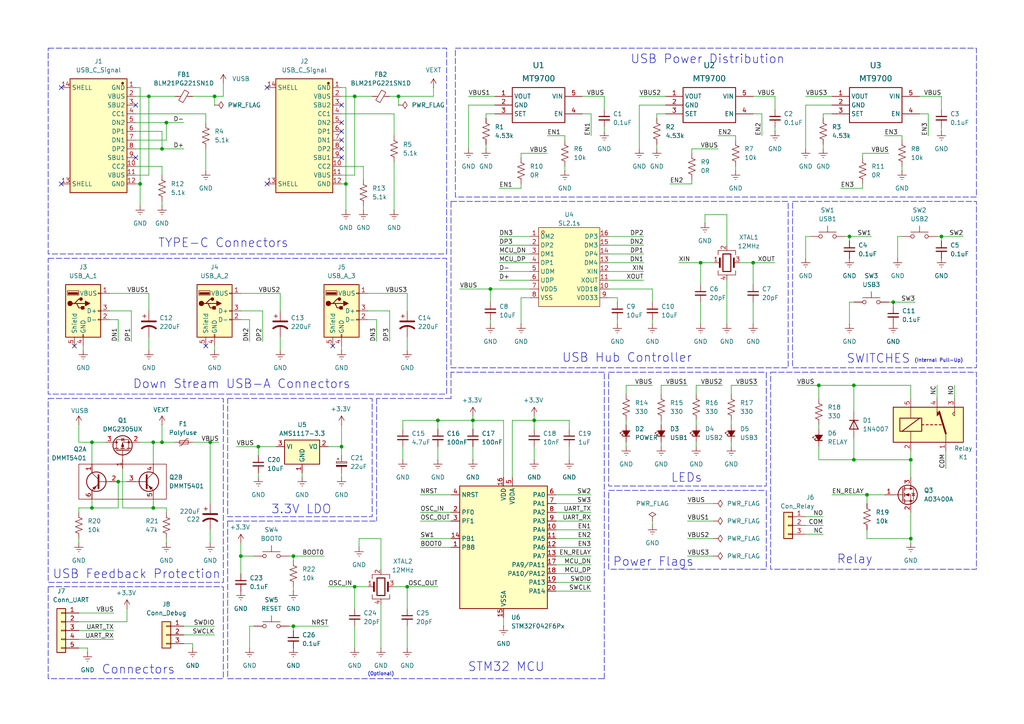
<source format=kicad_sch>
(kicad_sch (version 20231120) (generator "eeschema") (generator_version "8.0")
  (paper "A4")
  (title_block (title "Per-Port Power Control USB Hub") (date "2024-05-14") (rev "v1.0") (company "OtterMeow"))
  (junction (at 259.08 87.63))
  (junction (at 102.87 27.94))
  (junction (at 218.44 76.2))
  (junction (at 85.09 181.61))
  (junction (at 46.99 128.27))
  (junction (at 99.06 129.54))
  (junction (at 247.65 133.35))
  (junction (at 62.23 27.94))
  (junction (at 203.2 76.2))
  (junction (at 118.11 170.18))
  (junction (at 264.16 133.35))
  (junction (at 115.57 27.94))
  (junction (at 137.16 121.92))
  (junction (at 26.67 147.32))
  (junction (at 142.24 83.82))
  (junction (at 48.26 35.56))
  (junction (at 85.09 161.29))
  (junction (at 237.49 111.76))
  (junction (at 44.45 147.32))
  (junction (at 69.85 161.29))
  (junction (at 273.05 68.58))
  (junction (at 154.94 121.92))
  (junction (at 26.67 128.27))
  (junction (at 44.45 128.27))
  (junction (at 247.65 111.76))
  (junction (at 43.18 27.94))
  (junction (at 34.29 139.7))
  (junction (at 264.16 156.21))
  (junction (at 46.99 43.18))
  (junction (at 74.93 129.54))
  (junction (at 100.33 53.34))
  (junction (at 246.38 68.58))
  (junction (at 127 121.92))
  (junction (at 40.64 53.34))
  (junction (at 251.46 143.51))
  (junction (at 102.87 170.18))
  (junction (at 60.96 128.27))
  (no_connect (at 39.37 30.48))
  (no_connect (at 96.52 100.33))
  (no_connect (at 77.47 25.4))
  (no_connect (at 59.69 100.33))
  (no_connect (at 17.78 25.4))
  (no_connect (at 99.06 43.18))
  (no_connect (at 99.06 40.64))
  (no_connect (at 77.47 53.34))
  (no_connect (at 99.06 45.72))
  (no_connect (at 39.37 45.72))
  (no_connect (at 21.59 100.33))
  (no_connect (at 17.78 53.34))
  (no_connect (at 99.06 38.1))
  (no_connect (at 99.06 30.48))
  (no_connect (at 99.06 35.56))
  (wire (pts (xy 247.65 133.35) (xy 264.16 133.35)))
  (wire (pts (xy 144.78 78.74) (xy 153.67 78.74)))
  (wire (pts (xy 100.33 53.34) (xy 100.33 60.96)))
  (wire (pts (xy 273.05 36.83) (xy 273.05 38.1)))
  (wire (pts (xy 104.14 158.75) (xy 104.14 156.21)))
  (wire (pts (xy 218.44 33.02) (xy 220.98 33.02)))
  (wire (pts (xy 191.77 114.3) (xy 191.77 111.76)))
  (wire (pts (xy 143.51 30.48) (xy 135.89 30.48)))
  (wire (pts (xy 237.49 133.35) (xy 247.65 133.35)))
  (wire (pts (xy 261.62 39.37) (xy 261.62 40.64)))
  (wire (pts (xy 161.29 168.91) (xy 171.45 168.91)))
  (wire (pts (xy 251.46 156.21) (xy 264.16 156.21)))
  (wire (pts (xy 36.83 176.53) (xy 36.83 180.34)))
  (wire (pts (xy 220.98 33.02) (xy 220.98 39.37)))
  (wire (pts (xy 161.29 143.51) (xy 171.45 143.51)))
  (wire (pts (xy 203.2 87.63) (xy 203.2 93.98)))
  (wire (pts (xy 59.69 43.18) (xy 59.69 49.53)))
  (wire (pts (xy 181.61 114.3) (xy 181.61 111.76)))
  (wire (pts (xy 264.16 130.81) (xy 264.16 133.35)))
  (wire (pts (xy 264.16 156.21) (xy 264.16 157.48)))
  (wire (pts (xy 218.44 87.63) (xy 218.44 93.98)))
  (wire (pts (xy 200.66 53.34) (xy 200.66 52.07)))
  (wire (pts (xy 48.26 156.21) (xy 48.26 157.48)))
  (wire (pts (xy 212.09 128.27) (xy 212.09 129.54)))
  (wire (pts (xy 168.91 27.94) (xy 175.26 27.94)))
  (wire (pts (xy 247.65 87.63) (xy 246.38 87.63)))
  (wire (pts (xy 95.25 129.54) (xy 99.06 129.54)))
  (wire (pts (xy 161.29 156.21) (xy 171.45 156.21)))
  (polyline (pts (xy 109.22 115.57) (xy 109.22 151.13)) (stroke (width 0) (type dash)))
  (wire (pts (xy 146.05 179.07) (xy 146.05 181.61)))
  (wire (pts (xy 176.53 78.74) (xy 186.69 78.74)))
  (wire (pts (xy 218.44 76.2) (xy 218.44 82.55)))
  (wire (pts (xy 260.35 68.58) (xy 260.35 74.93)))
  (wire (pts (xy 135.89 30.48) (xy 135.89 43.18)))
  (wire (pts (xy 241.3 143.51) (xy 251.46 143.51)))
  (wire (pts (xy 40.64 128.27) (xy 44.45 128.27)))
  (wire (pts (xy 39.37 53.34) (xy 40.64 53.34)))
  (wire (pts (xy 151.13 54.61) (xy 151.13 53.34)))
  (wire (pts (xy 246.38 87.63) (xy 246.38 93.98)))
  (wire (pts (xy 83.82 181.61) (xy 85.09 181.61)))
  (wire (pts (xy 59.69 33.02) (xy 59.69 35.56)))
  (wire (pts (xy 26.67 128.27) (xy 26.67 134.62)))
  (wire (pts (xy 251.46 153.67) (xy 251.46 156.21)))
  (wire (pts (xy 250.19 44.45) (xy 257.81 44.45)))
  (wire (pts (xy 99.06 50.8) (xy 102.87 50.8)))
  (wire (pts (xy 22.86 156.21) (xy 22.86 157.48)))
  (wire (pts (xy 44.45 144.78) (xy 44.45 147.32)))
  (wire (pts (xy 238.76 152.4) (xy 233.68 152.4)))
  (wire (pts (xy 247.65 111.76) (xy 247.65 119.38)))
  (wire (pts (xy 191.77 111.76) (xy 199.39 111.76)))
  (wire (pts (xy 213.36 48.26) (xy 213.36 49.53)))
  (wire (pts (xy 85.09 162.56) (xy 85.09 161.29)))
  (wire (pts (xy 85.09 170.18) (xy 85.09 171.45)))
  (wire (pts (xy 154.94 121.92) (xy 154.94 124.46)))
  (wire (pts (xy 69.85 157.48) (xy 69.85 161.29)))
  (wire (pts (xy 35.56 147.32) (xy 44.45 147.32)))
  (wire (pts (xy 190.5 33.02) (xy 190.5 34.29)))
  (wire (pts (xy 43.18 85.09) (xy 43.18 90.17)))
  (wire (pts (xy 113.03 90.17) (xy 113.03 99.06)))
  (wire (pts (xy 48.26 147.32) (xy 48.26 148.59)))
  (wire (pts (xy 53.34 186.69) (xy 55.88 186.69)))
  (wire (pts (xy 140.97 33.02) (xy 140.97 34.29)))
  (wire (pts (xy 191.77 121.92) (xy 191.77 123.19)))
  (wire (pts (xy 161.29 166.37) (xy 171.45 166.37)))
  (wire (pts (xy 22.86 180.34) (xy 36.83 180.34)))
  (wire (pts (xy 43.18 27.94) (xy 50.8 27.94)))
  (wire (pts (xy 116.84 129.54) (xy 116.84 133.35)))
  (wire (pts (xy 261.62 68.58) (xy 260.35 68.58)))
  (wire (pts (xy 144.78 81.28) (xy 153.67 81.28)))
  (wire (pts (xy 121.92 158.75) (xy 130.81 158.75)))
  (wire (pts (xy 127 124.46) (xy 127 121.92)))
  (wire (pts (xy 114.3 46.99) (xy 114.3 60.96)))
  (wire (pts (xy 69.85 161.29) (xy 73.66 161.29)))
  (wire (pts (xy 85.09 161.29) (xy 83.82 161.29)))
  (polyline (pts (xy 130.81 115.57) (xy 109.22 115.57)) (stroke (width 0) (type dash)))
  (wire (pts (xy 199.39 156.21) (xy 207.01 156.21)))
  (wire (pts (xy 35.56 135.89) (xy 35.56 147.32)))
  (wire (pts (xy 69.85 92.71) (xy 72.39 92.71)))
  (wire (pts (xy 246.38 68.58) (xy 252.73 68.58)))
  (wire (pts (xy 110.49 156.21) (xy 110.49 165.1)))
  (wire (pts (xy 224.79 36.83) (xy 224.79 38.1)))
  (wire (pts (xy 250.19 54.61) (xy 250.19 53.34)))
  (wire (pts (xy 62.23 100.33) (xy 62.23 101.6)))
  (wire (pts (xy 69.85 161.29) (xy 69.85 166.37)))
  (wire (pts (xy 99.06 27.94) (xy 102.87 27.94)))
  (wire (pts (xy 213.36 39.37) (xy 213.36 40.64)))
  (wire (pts (xy 106.68 85.09) (xy 118.11 85.09)))
  (wire (pts (xy 176.53 71.12) (xy 186.69 71.12)))
  (wire (pts (xy 271.78 111.76) (xy 271.78 115.57)))
  (wire (pts (xy 237.49 123.19) (xy 237.49 124.46)))
  (wire (pts (xy 72.39 92.71) (xy 72.39 99.06)))
  (wire (pts (xy 44.45 147.32) (xy 48.26 147.32)))
  (wire (pts (xy 22.86 128.27) (xy 26.67 128.27)))
  (polyline (pts (xy 66.04 196.85) (xy 175.26 196.85)) (stroke (width 0) (type dash)))
  (wire (pts (xy 118.11 170.18) (xy 127 170.18)))
  (wire (pts (xy 189.23 92.71) (xy 189.23 93.98)))
  (wire (pts (xy 161.29 148.59) (xy 171.45 148.59)))
  (wire (pts (xy 266.7 33.02) (xy 269.24 33.02)))
  (wire (pts (xy 204.47 64.77) (xy 204.47 62.23)))
  (wire (pts (xy 271.78 68.58) (xy 273.05 68.58)))
  (wire (pts (xy 185.42 30.48) (xy 185.42 43.18)))
  (wire (pts (xy 137.16 121.92) (xy 146.05 121.92)))
  (wire (pts (xy 39.37 50.8) (xy 43.18 50.8)))
  (wire (pts (xy 176.53 73.66) (xy 186.69 73.66)))
  (wire (pts (xy 199.39 146.05) (xy 207.01 146.05)))
  (wire (pts (xy 165.1 129.54) (xy 165.1 133.35)))
  (wire (pts (xy 85.09 181.61) (xy 85.09 182.88)))
  (wire (pts (xy 151.13 86.36) (xy 151.13 93.98)))
  (wire (pts (xy 95.25 170.18) (xy 102.87 170.18)))
  (wire (pts (xy 102.87 50.8) (xy 102.87 27.94)))
  (wire (pts (xy 60.96 128.27) (xy 60.96 146.05)))
  (wire (pts (xy 237.49 111.76) (xy 247.65 111.76)))
  (wire (pts (xy 241.3 27.94) (xy 233.68 27.94)))
  (wire (pts (xy 247.65 111.76) (xy 264.16 111.76)))
  (wire (pts (xy 127 121.92) (xy 116.84 121.92)))
  (wire (pts (xy 34.29 92.71) (xy 34.29 99.06)))
  (wire (pts (xy 144.78 76.2) (xy 153.67 76.2)))
  (wire (pts (xy 181.61 128.27) (xy 181.61 129.54)))
  (wire (pts (xy 99.06 33.02) (xy 114.3 33.02)))
  (wire (pts (xy 55.88 27.94) (xy 62.23 27.94)))
  (wire (pts (xy 161.29 161.29) (xy 171.45 161.29)))
  (wire (pts (xy 140.97 41.91) (xy 140.97 43.18)))
  (wire (pts (xy 176.53 83.82) (xy 189.23 83.82)))
  (wire (pts (xy 81.28 97.79) (xy 81.28 101.6)))
  (wire (pts (xy 102.87 181.61) (xy 102.87 187.96)))
  (wire (pts (xy 250.19 44.45) (xy 250.19 45.72)))
  (wire (pts (xy 93.98 161.29) (xy 85.09 161.29)))
  (wire (pts (xy 22.86 182.88) (xy 33.02 182.88)))
  (wire (pts (xy 165.1 121.92) (xy 165.1 124.46)))
  (wire (pts (xy 161.29 153.67) (xy 171.45 153.67)))
  (wire (pts (xy 109.22 92.71) (xy 109.22 99.06)))
  (wire (pts (xy 212.09 111.76) (xy 219.71 111.76)))
  (wire (pts (xy 46.99 43.18) (xy 53.34 43.18)))
  (wire (pts (xy 146.05 121.92) (xy 146.05 138.43)))
  (wire (pts (xy 204.47 62.23) (xy 210.82 62.23)))
  (wire (pts (xy 39.37 25.4) (xy 40.64 25.4)))
  (wire (pts (xy 161.29 163.83) (xy 171.45 163.83)))
  (polyline (pts (xy 130.81 107.95) (xy 130.81 115.57)) (stroke (width 0) (type dash)))
  (wire (pts (xy 102.87 170.18) (xy 102.87 176.53)))
  (wire (pts (xy 154.94 120.65) (xy 154.94 121.92)))
  (wire (pts (xy 53.34 184.15) (xy 62.23 184.15)))
  (wire (pts (xy 176.53 68.58) (xy 186.69 68.58)))
  (wire (pts (xy 73.66 181.61) (xy 72.39 181.61)))
  (wire (pts (xy 266.7 27.94) (xy 273.05 27.94)))
  (wire (pts (xy 26.67 147.32) (xy 22.86 147.32)))
  (wire (pts (xy 43.18 97.79) (xy 43.18 101.6)))
  (wire (pts (xy 121.92 151.13) (xy 130.81 151.13)))
  (wire (pts (xy 121.92 156.21) (xy 130.81 156.21)))
  (wire (pts (xy 110.49 175.26) (xy 110.49 187.96)))
  (wire (pts (xy 158.75 39.37) (xy 163.83 39.37)))
  (wire (pts (xy 38.1 90.17) (xy 38.1 99.06)))
  (wire (pts (xy 118.11 181.61) (xy 118.11 187.96)))
  (wire (pts (xy 100.33 25.4) (xy 100.33 53.34)))
  (wire (pts (xy 210.82 62.23) (xy 210.82 71.12)))
  (wire (pts (xy 64.77 27.94) (xy 64.77 24.13)))
  (wire (pts (xy 144.78 54.61) (xy 151.13 54.61)))
  (wire (pts (xy 46.99 48.26) (xy 46.99 50.8)))
  (wire (pts (xy 62.23 27.94) (xy 64.77 27.94)))
  (wire (pts (xy 193.04 33.02) (xy 190.5 33.02)))
  (wire (pts (xy 144.78 71.12) (xy 153.67 71.12)))
  (wire (pts (xy 168.91 33.02) (xy 171.45 33.02)))
  (wire (pts (xy 259.08 87.63) (xy 259.08 88.9)))
  (wire (pts (xy 60.96 128.27) (xy 63.5 128.27)))
  (wire (pts (xy 121.92 148.59) (xy 130.81 148.59)))
  (wire (pts (xy 276.86 111.76) (xy 276.86 115.57)))
  (wire (pts (xy 87.63 137.16) (xy 87.63 138.43)))
  (wire (pts (xy 264.16 115.57) (xy 264.16 111.76)))
  (wire (pts (xy 212.09 114.3) (xy 212.09 111.76)))
  (wire (pts (xy 154.94 121.92) (xy 148.59 121.92)))
  (wire (pts (xy 179.07 92.71) (xy 179.07 93.98)))
  (wire (pts (xy 46.99 123.19) (xy 46.99 128.27)))
  (wire (pts (xy 176.53 86.36) (xy 179.07 86.36)))
  (wire (pts (xy 231.14 111.76) (xy 237.49 111.76)))
  (wire (pts (xy 81.28 85.09) (xy 81.28 90.17)))
  (wire (pts (xy 151.13 44.45) (xy 158.75 44.45)))
  (wire (pts (xy 241.3 30.48) (xy 233.68 30.48)))
  (wire (pts (xy 69.85 85.09) (xy 81.28 85.09)))
  (wire (pts (xy 142.24 92.71) (xy 142.24 93.98)))
  (polyline (pts (xy 175.26 196.85) (xy 175.26 107.95)) (stroke (width 0) (type dash)))
  (wire (pts (xy 115.57 27.94) (xy 125.73 27.94)))
  (wire (pts (xy 191.77 128.27) (xy 191.77 129.54)))
  (wire (pts (xy 99.06 48.26) (xy 105.41 48.26)))
  (wire (pts (xy 273.05 68.58) (xy 273.05 69.85)))
  (wire (pts (xy 22.86 185.42) (xy 33.02 185.42)))
  (wire (pts (xy 201.93 111.76) (xy 209.55 111.76)))
  (wire (pts (xy 154.94 121.92) (xy 165.1 121.92)))
  (wire (pts (xy 175.26 36.83) (xy 175.26 38.1)))
  (wire (pts (xy 201.93 128.27) (xy 201.93 129.54)))
  (wire (pts (xy 125.73 25.4) (xy 125.73 27.94)))
  (wire (pts (xy 203.2 76.2) (xy 207.01 76.2)))
  (wire (pts (xy 154.94 129.54) (xy 154.94 133.35)))
  (wire (pts (xy 269.24 33.02) (xy 269.24 39.37)))
  (wire (pts (xy 194.31 53.34) (xy 200.66 53.34)))
  (wire (pts (xy 39.37 33.02) (xy 59.69 33.02)))
  (wire (pts (xy 74.93 129.54) (xy 74.93 132.08)))
  (wire (pts (xy 238.76 41.91) (xy 238.76 43.18)))
  (wire (pts (xy 137.16 121.92) (xy 137.16 124.46)))
  (wire (pts (xy 176.53 81.28) (xy 186.69 81.28)))
  (wire (pts (xy 127 129.54) (xy 127 133.35)))
  (wire (pts (xy 190.5 41.91) (xy 190.5 43.18)))
  (wire (pts (xy 144.78 73.66) (xy 153.67 73.66)))
  (wire (pts (xy 161.29 171.45) (xy 171.45 171.45)))
  (wire (pts (xy 181.61 121.92) (xy 181.61 123.19)))
  (wire (pts (xy 274.32 130.81) (xy 274.32 135.89)))
  (wire (pts (xy 210.82 81.28) (xy 210.82 93.98)))
  (wire (pts (xy 69.85 90.17) (xy 76.2 90.17)))
  (wire (pts (xy 273.05 31.75) (xy 273.05 27.94)))
  (wire (pts (xy 245.11 68.58) (xy 246.38 68.58)))
  (wire (pts (xy 199.39 151.13) (xy 207.01 151.13)))
  (wire (pts (xy 142.24 83.82) (xy 142.24 87.63)))
  (wire (pts (xy 22.86 147.32) (xy 22.86 148.59)))
  (wire (pts (xy 39.37 38.1) (xy 46.99 38.1)))
  (wire (pts (xy 55.88 186.69) (xy 55.88 187.96)))
  (wire (pts (xy 46.99 128.27) (xy 50.8 128.27)))
  (wire (pts (xy 39.37 48.26) (xy 46.99 48.26)))
  (wire (pts (xy 143.51 33.02) (xy 140.97 33.02)))
  (wire (pts (xy 264.16 148.59) (xy 264.16 156.21)))
  (wire (pts (xy 62.23 27.94) (xy 62.23 30.48)))
  (wire (pts (xy 118.11 170.18) (xy 118.11 176.53)))
  (wire (pts (xy 76.2 90.17) (xy 76.2 99.06)))
  (wire (pts (xy 161.29 151.13) (xy 171.45 151.13)))
  (wire (pts (xy 31.75 85.09) (xy 43.18 85.09)))
  (wire (pts (xy 118.11 85.09) (xy 118.11 90.17)))
  (wire (pts (xy 55.88 128.27) (xy 60.96 128.27)))
  (wire (pts (xy 179.07 86.36) (xy 179.07 87.63)))
  (wire (pts (xy 34.29 139.7) (xy 34.29 147.32)))
  (wire (pts (xy 99.06 137.16) (xy 99.06 138.43)))
  (wire (pts (xy 193.04 27.94) (xy 185.42 27.94)))
  (wire (pts (xy 99.06 100.33) (xy 99.06 101.6)))
  (wire (pts (xy 99.06 129.54) (xy 99.06 132.08)))
  (wire (pts (xy 193.04 30.48) (xy 185.42 30.48)))
  (wire (pts (xy 43.18 50.8) (xy 43.18 27.94)))
  (wire (pts (xy 46.99 128.27) (xy 44.45 128.27)))
  (wire (pts (xy 102.87 170.18) (xy 106.68 170.18)))
  (wire (pts (xy 214.63 76.2) (xy 218.44 76.2)))
  (wire (pts (xy 104.14 156.21) (xy 110.49 156.21)))
  (wire (pts (xy 34.29 147.32) (xy 26.67 147.32)))
  (wire (pts (xy 105.41 48.26) (xy 105.41 52.07)))
  (wire (pts (xy 148.59 121.92) (xy 148.59 138.43)))
  (polyline (pts (xy 66.04 151.13) (xy 66.04 196.85)) (stroke (width 0) (type dash)))
  (wire (pts (xy 256.54 39.37) (xy 261.62 39.37)))
  (wire (pts (xy 74.93 137.16) (xy 74.93 138.43)))
  (wire (pts (xy 189.23 83.82) (xy 189.23 87.63)))
  (wire (pts (xy 175.26 31.75) (xy 175.26 27.94)))
  (wire (pts (xy 99.06 123.19) (xy 99.06 129.54)))
  (wire (pts (xy 85.09 181.61) (xy 95.25 181.61)))
  (wire (pts (xy 257.81 87.63) (xy 259.08 87.63)))
  (wire (pts (xy 261.62 48.26) (xy 261.62 49.53)))
  (wire (pts (xy 153.67 83.82) (xy 142.24 83.82)))
  (wire (pts (xy 116.84 121.92) (xy 116.84 124.46)))
  (wire (pts (xy 144.78 68.58) (xy 153.67 68.58)))
  (wire (pts (xy 243.84 54.61) (xy 250.19 54.61)))
  (wire (pts (xy 22.86 123.19) (xy 22.86 128.27)))
  (wire (pts (xy 212.09 121.92) (xy 212.09 123.19)))
  (wire (pts (xy 196.85 76.2) (xy 203.2 76.2)))
  (wire (pts (xy 40.64 25.4) (xy 40.64 53.34)))
  (wire (pts (xy 68.58 129.54) (xy 74.93 129.54)))
  (wire (pts (xy 201.93 114.3) (xy 201.93 111.76)))
  (wire (pts (xy 106.68 90.17) (xy 113.03 90.17)))
  (wire (pts (xy 40.64 53.34) (xy 40.64 59.69)))
  (wire (pts (xy 53.34 181.61) (xy 62.23 181.61)))
  (wire (pts (xy 26.67 144.78) (xy 26.67 147.32)))
  (wire (pts (xy 137.16 129.54) (xy 137.16 133.35)))
  (wire (pts (xy 200.66 43.18) (xy 200.66 44.45)))
  (wire (pts (xy 233.68 30.48) (xy 233.68 43.18)))
  (wire (pts (xy 218.44 27.94) (xy 224.79 27.94)))
  (wire (pts (xy 151.13 44.45) (xy 151.13 45.72)))
  (wire (pts (xy 237.49 115.57) (xy 237.49 111.76)))
  (wire (pts (xy 114.3 33.02) (xy 114.3 39.37)))
  (wire (pts (xy 218.44 76.2) (xy 224.79 76.2)))
  (wire (pts (xy 39.37 35.56) (xy 48.26 35.56)))
  (wire (pts (xy 161.29 158.75) (xy 171.45 158.75)))
  (wire (pts (xy 238.76 149.86) (xy 233.68 149.86)))
  (wire (pts (xy 241.3 33.02) (xy 238.76 33.02)))
  (wire (pts (xy 233.68 68.58) (xy 233.68 74.93)))
  (wire (pts (xy 22.86 177.8) (xy 33.02 177.8)))
  (wire (pts (xy 48.26 40.64) (xy 48.26 35.56)))
  (wire (pts (xy 34.29 139.7) (xy 36.83 139.7)))
  (wire (pts (xy 161.29 146.05) (xy 171.45 146.05)))
  (wire (pts (xy 203.2 76.2) (xy 203.2 82.55)))
  (wire (pts (xy 127 121.92) (xy 137.16 121.92)))
  (wire (pts (xy 153.67 86.36) (xy 151.13 86.36)))
  (wire (pts (xy 25.4 187.96) (xy 25.4 189.23)))
  (wire (pts (xy 24.13 100.33) (xy 24.13 101.6)))
  (wire (pts (xy 133.35 83.82) (xy 142.24 83.82)))
  (wire (pts (xy 208.28 39.37) (xy 213.36 39.37)))
  (wire (pts (xy 60.96 153.67) (xy 60.96 157.48)))
  (wire (pts (xy 201.93 121.92) (xy 201.93 123.19)))
  (wire (pts (xy 115.57 27.94) (xy 115.57 30.48)))
  (wire (pts (xy 31.75 92.71) (xy 34.29 92.71)))
  (wire (pts (xy 273.05 68.58) (xy 279.4 68.58)))
  (wire (pts (xy 238.76 154.94) (xy 233.68 154.94)))
  (wire (pts (xy 39.37 40.64) (xy 48.26 40.64)))
  (wire (pts (xy 39.37 27.94) (xy 43.18 27.94)))
  (wire (pts (xy 251.46 146.05) (xy 251.46 143.51)))
  (wire (pts (xy 171.45 33.02) (xy 171.45 39.37)))
  (wire (pts (xy 113.03 27.94) (xy 115.57 27.94)))
  (wire (pts (xy 264.16 133.35) (xy 264.16 138.43)))
  (wire (pts (xy 176.53 76.2) (xy 186.69 76.2)))
  (wire (pts (xy 246.38 68.58) (xy 246.38 69.85)))
  (wire (pts (xy 251.46 143.51) (xy 256.54 143.51)))
  (wire (pts (xy 106.68 92.71) (xy 109.22 92.71)))
  (wire (pts (xy 102.87 27.94) (xy 107.95 27.94)))
  (wire (pts (xy 199.39 161.29) (xy 207.01 161.29)))
  (wire (pts (xy 237.49 129.54) (xy 237.49 133.35)))
  (wire (pts (xy 259.08 87.63) (xy 265.43 87.63)))
  (wire (pts (xy 39.37 43.18) (xy 46.99 43.18)))
  (wire (pts (xy 72.39 181.61) (xy 72.39 187.96)))
  (polyline (pts (xy 66.04 151.13) (xy 109.22 151.13)) (stroke (width 0) (type dash)))
  (wire (pts (xy 26.67 128.27) (xy 30.48 128.27)))
  (wire (pts (xy 200.66 43.18) (xy 208.28 43.18)))
  (wire (pts (xy 105.41 59.69) (xy 105.41 60.96)))
  (wire (pts (xy 80.01 129.54) (xy 74.93 129.54)))
  (wire (pts (xy 46.99 38.1) (xy 46.99 43.18)))
  (wire (pts (xy 22.86 187.96) (xy 25.4 187.96)))
  (wire (pts (xy 31.75 90.17) (xy 38.1 90.17)))
  (wire (pts (xy 48.26 35.56) (xy 53.34 35.56)))
  (polyline (pts (xy 175.26 107.95) (xy 130.81 107.95)) (stroke (width 0) (type dash)))
  (wire (pts (xy 118.11 97.79) (xy 118.11 101.6)))
  (wire (pts (xy 99.06 25.4) (xy 100.33 25.4)))
  (wire (pts (xy 163.83 39.37) (xy 163.83 40.64)))
  (wire (pts (xy 234.95 68.58) (xy 233.68 68.58)))
  (wire (pts (xy 189.23 151.13) (xy 189.23 152.4)))
  (wire (pts (xy 181.61 111.76) (xy 189.23 111.76)))
  (wire (pts (xy 114.3 170.18) (xy 118.11 170.18)))
  (wire (pts (xy 99.06 53.34) (xy 100.33 53.34)))
  (wire (pts (xy 238.76 33.02) (xy 238.76 34.29)))
  (wire (pts (xy 44.45 128.27) (xy 44.45 134.62)))
  (wire (pts (xy 46.99 58.42) (xy 46.99 59.69)))
  (wire (pts (xy 121.92 143.51) (xy 130.81 143.51)))
  (wire (pts (xy 247.65 127) (xy 247.65 133.35)))
  (wire (pts (xy 224.79 31.75) (xy 224.79 27.94)))
  (wire (pts (xy 137.16 120.65) (xy 137.16 121.92)))
  (wire (pts (xy 143.51 27.94) (xy 135.89 27.94)))
  (wire (pts (xy 163.83 48.26) (xy 163.83 49.53)))
  (rectangle (start 13.97 13.97) (end 129.54 73.66) (stroke (width 0.1524) (type dash)))
  (rectangle (start 22.86 134.62) (end 48.26 144.78) (stroke (width 0) (color 132 0 0 1)))
  (rectangle (start 66.04 115.57) (end 107.95 149.86) (stroke (width 0.1524) (type dash)))
  (rectangle (start 13.97 115.57) (end 64.77 168.91) (stroke (width 0.1524) (type dash)))
  (rectangle (start 176.53 107.95) (end 222.25 140.97) (stroke (width 0.1524) (type dash)))
  (rectangle (start 132.08 13.97) (end 283.21 57.15) (stroke (width 0.1524) (type dash)))
  (rectangle (start 223.52 107.95) (end 283.21 165.1) (stroke (width 0.1524) (type dash)))
  (rectangle (start 13.97 74.93) (end 129.54 114.3) (stroke (width 0.1524) (type dash)))
  (rectangle (start 130.81 58.42) (end 228.6 106.68) (stroke (width 0.1524) (type dash)))
  (rectangle (start 229.87 58.42) (end 283.21 106.68) (stroke (width 0.1524) (type dash)))
  (rectangle (start 176.53 142.24) (end 222.25 165.1) (stroke (width 0.1524) (type dash)))
  (rectangle (start 13.97 170.18) (end 64.77 196.85) (stroke (width 0.1524) (type dash)))
  (text "3.3V LDO" (at 87.376 147.828 0) (effects (font (size 2.54 2.54))))
  (text "Relay" (at 247.904 162.306 0) (effects (font (size 2.54 2.54))))
  (text "Connectors" (at 40.132 194.31 0) (effects (font (size 2.54 2.54))))
  (text "(Internal Pull-Up)" (at 272.288 104.648 0) (effects (font (size 1 1))))
  (text "Power Flags" (at 189.484 163.068 0) (effects (font (size 2.54 2.54))))
  (text "(Optional)" (at 110.49 195.58 0) (effects (font (size 1 1))))
  (text "LEDs" (at 199.136 138.684 0) (effects (font (size 2.54 2.54))))
  (text "TYPE-C Connectors" (at 64.77 70.612 0) (effects (font (size 2.54 2.54))))
  (text "STM32 MCU" (at 146.812 193.548 0) (effects (font (size 2.54 2.54))))
  (text "USB Hub Controller" (at 181.864 103.886 0) (effects (font (size 2.54 2.54))))
  (text "Down Stream USB-A Connectors" (at 70.104 111.506 0) (effects (font (size 2.54 2.54))))
  (text "USB Power Distribution" (at 205.232 17.272 0) (effects (font (size 2.54 2.54))))
  (text "SWITCHES\n" (at 254.762 104.14 0) (effects (font (size 2.54 2.54))))
  (text "USB Feedback Protection" (at 39.624 166.624 0) (effects (font (size 2.54 2.54))))
  (label "VBUS1" (at 199.39 111.76 180))
  (label "VBUS" (at 158.75 44.45 180))
  (label "SW2" (at 171.45 143.51 180))
  (label "NO" (at 276.86 111.76 270))
  (label "MCU_DN" (at 144.78 73.66 0))
  (label "VBUS2" (at 199.39 156.21 0))
  (label "DP2" (at 76.2 99.06 90))
  (label "COM" (at 274.32 135.89 90))
  (label "VBUS" (at 257.81 44.45 180))
  (label "VBUS2" (at 81.28 85.09 180))
  (label "EN1" (at 171.45 153.67 180))
  (label "EN1" (at 158.75 39.37 0))
  (label "BOOT0" (at 93.98 161.29 180))
  (label "VBUS3" (at 199.39 161.29 0))
  (label "VBUS" (at 63.5 128.27 180))
  (label "EN2" (at 171.45 156.21 180))
  (label "SW3" (at 265.43 87.63 180))
  (label "EN2" (at 208.28 39.37 0))
  (label "VBUS2" (at 185.42 27.94 0))
  (label "DN2" (at 72.39 99.06 90))
  (label "D+" (at 144.78 81.28 0))
  (label "VBUS" (at 189.23 111.76 180))
  (label "XOUT" (at 224.79 76.2 180))
  (label "D+" (at 53.34 43.18 180))
  (label "SW3" (at 171.45 146.05 180))
  (label "NC" (at 271.78 111.76 270))
  (label "EN_RELAY" (at 241.3 143.51 0))
  (label "EN3" (at 269.24 39.37 90))
  (label "VBUS3" (at 233.68 27.94 0))
  (label "EN2" (at 194.31 53.34 0))
  (label "VBUS" (at 273.05 27.94 180))
  (label "DP2" (at 186.69 68.58 180))
  (label "EN2" (at 220.98 39.37 90))
  (label "D-" (at 53.34 35.56 180))
  (label "DN3" (at 144.78 68.58 0))
  (label "VBUS2" (at 209.55 111.76 180))
  (label "EN3" (at 243.84 54.61 0))
  (label "VBUS" (at 199.39 146.05 0))
  (label "VBUS" (at 208.28 43.18 180))
  (label "VBUS1" (at 199.39 151.13 0))
  (label "EN3" (at 171.45 158.75 180))
  (label "EN3" (at 256.54 39.37 0))
  (label "XIN" (at 196.85 76.2 0))
  (label "OSC_OUT" (at 121.92 151.13 0))
  (label "NRST" (at 121.92 143.51 0))
  (label "SW1" (at 121.92 156.21 0))
  (label "DP1" (at 38.1 99.06 90))
  (label "DN3" (at 109.22 99.06 90))
  (label "VBUS" (at 33.02 177.8 180))
  (label "XIN" (at 186.69 78.74 180))
  (label "DP1" (at 186.69 73.66 180))
  (label "VBUS3" (at 118.11 85.09 180))
  (label "D-" (at 144.78 78.74 0))
  (label "NRST" (at 95.25 181.61 180))
  (label "BOOT0" (at 121.92 158.75 0))
  (label "MCU_DP" (at 144.78 76.2 0))
  (label "MCU_DP" (at 171.45 166.37 180))
  (label "VBUS1" (at 43.18 85.09 180))
  (label "VBUS1" (at 135.89 27.94 0))
  (label "OSC_IN" (at 121.92 148.59 0))
  (label "UART_TX" (at 171.45 148.59 180))
  (label "DP3" (at 144.78 71.12 0))
  (label "VBUS3" (at 219.71 111.76 180))
  (label "VBUS" (at 68.58 129.54 0))
  (label "COM" (at 238.76 152.4 180))
  (label "MCU_DN" (at 171.45 163.83 180))
  (label "SW1" (at 252.73 68.58 180))
  (label "XOUT" (at 186.69 81.28 180))
  (label "DN2" (at 186.69 71.12 180))
  (label "OSC_IN" (at 95.25 170.18 0))
  (label "UART_RX" (at 33.02 185.42 180))
  (label "NO" (at 238.76 149.86 180))
  (label "VBUS" (at 231.14 111.76 0))
  (label "OSC_OUT" (at 127 170.18 180))
  (label "NC" (at 238.76 154.94 180))
  (label "UART_TX" (at 33.02 182.88 180))
  (label "EN1" (at 144.78 54.61 0))
  (label "SWDIO" (at 62.23 181.61 180))
  (label "VBUS" (at 224.79 27.94 180))
  (label "VBUS" (at 133.35 83.82 0))
  (label "VBUS" (at 175.26 27.94 180))
  (label "DN1" (at 186.69 76.2 180))
  (label "UART_RX" (at 171.45 151.13 180))
  (label "DP3" (at 113.03 99.06 90))
  (label "SW2" (at 279.4 68.58 180))
  (label "DN1" (at 34.29 99.06 90))
  (label "SWCLK" (at 62.23 184.15 180))
  (label "SWCLK" (at 171.45 171.45 180))
  (label "EN1" (at 171.45 39.37 90))
  (label "EN_RELAY" (at 171.45 161.29 180))
  (label "SWDIO" (at 171.45 168.91 180))
  (symbol (lib_id "power:GNDREF") (at 218.44 93.98 0) (unit 1)
    (property "Reference" "#PWR032" (effects (hide yes)))
    (property "Value" "GND" (at 218.44 99.06 0))
    (property "Description" "Power symbol creates a global label with name \"GNDREF\" , reference supply ground" (effects (hide yes)))
  )
  (symbol (lib_id "Device:LED_Small_Filled") (at 181.61 125.73 90) (unit 1)
    (property "Reference" "D2" (at 184.15 124.3964 90) (effects (justify right)))
    (property "Value" "POWER" (at 184.15 126.9364 90) (effects (justify right)))
    (property "Footprint" "LED_SMD:LED_0603_1608Metric" (effects (hide yes)))
    (property "Description" "Light emitting diode, small symbol, filled shape" (effects (hide yes)))
  )
  (symbol (lib_id "power:PWR_FLAG") (at 207.01 161.29 270) (unit 1)
    (property "Reference" "#FLG07" (effects (hide yes)))
    (property "Value" "PWR_FLAG" (at 210.82 161.2899 90) (effects (justify left)))
    (property "Description" "Special symbol for telling ERC where power comes from" (effects (hide yes)))
  )
  (symbol (lib_id "power:GNDREF") (at 116.84 133.35 0) (unit 1)
    (property "Reference" "#PWR050" (effects (hide yes)))
    (property "Value" "GND" (at 116.84 138.43 0))
    (property "Description" "Power symbol creates a global label with name \"GNDREF\" , reference supply ground" (effects (hide yes)))
  )
  (symbol (lib_id "Device:C_Small") (at 74.93 134.62 0) (unit 1)
    (property "Reference" "C20" (at 77.47 133.3562 0) (effects (justify left)))
    (property "Value" "10uF" (at 77.47 135.8962 0) (effects (justify left)))
    (property "Footprint" "Capacitor_SMD:C_0603_1608Metric" (effects (hide yes)))
    (property "Description" "Unpolarized capacitor, small symbol" (effects (hide yes)))
  )
  (symbol (lib_id "power:GNDREF") (at 40.64 59.69 0) (unit 1)
    (property "Reference" "#PWR016" (effects (hide yes)))
    (property "Value" "GND" (at 40.64 64.77 0))
    (property "Description" "Power symbol creates a global label with name \"GNDREF\" , reference supply ground" (effects (hide yes)))
  )
  (symbol (lib_id "power:GNDREF") (at 46.99 59.69 0) (unit 1)
    (property "Reference" "#PWR017" (effects (hide yes)))
    (property "Value" "GND" (at 46.99 64.77 0))
    (property "Description" "Power symbol creates a global label with name \"GNDREF\" , reference supply ground" (effects (hide yes)))
  )
  (symbol (lib_id "power:PWR_FLAG") (at 115.57 30.48 270) (unit 1)
    (property "Reference" "#FLG02" (effects (hide yes)))
    (property "Value" "PWR_FLAG" (at 119.38 30.4799 90) (effects (justify left)))
    (property "Description" "Special symbol for telling ERC where power comes from" (effects (hide yes)))
  )
  (symbol (lib_id "Switch:SW_Push") (at 78.74 181.61 0) (mirror y) (unit 1)
    (property "Reference" "SW5" (at 78.74 173.99 0))
    (property "Value" "RESET" (at 78.74 176.53 0))
    (property "Footprint" "PCBLIB_SW-SMD_L6.0-W3.3-LS8.0_2024-05-19:SW-SMD_L6.0-W3.3-LS8.0" (effects (hide yes)))
    (property "Description" "Push button switch, generic, two pins" (effects (hide yes)))
  )
  (symbol (lib_id "Device:R_US") (at 140.97 38.1 0) (unit 1)
    (property "Reference" "R1" (at 143.51 36.8299 0) (effects (justify left)))
    (property "Value" "4.53k" (at 143.51 39.3699 0) (effects (justify left)))
    (property "Footprint" "Resistor_SMD:R_0603_1608Metric" (effects (hide yes)))
    (property "Description" "Resistor, US symbol" (effects (hide yes)))
  )
  (symbol (lib_id "power:GNDREF") (at 259.08 93.98 0) (unit 1)
    (property "Reference" "#PWR034" (effects (hide yes)))
    (property "Value" "GND" (at 259.08 99.06 0))
    (property "Description" "Power symbol creates a global label with name \"GNDREF\" , reference supply ground" (effects (hide yes)))
  )
  (symbol (lib_id "Device:R_US") (at 200.66 48.26 0) (unit 1)
    (property "Reference" "R9" (at 203.2 46.9899 0) (effects (justify left)))
    (property "Value" "0R" (at 203.2 49.5299 0) (effects (justify left)))
    (property "Footprint" "Resistor_SMD:R_0603_1608Metric" (effects (hide yes)))
    (property "Description" "Resistor, US symbol" (effects (hide yes)))
  )
  (symbol (lib_id "power:GNDREF") (at 60.96 157.48 0) (unit 1)
    (property "Reference" "#PWR061" (effects (hide yes)))
    (property "Value" "GND" (at 60.96 162.56 0))
    (property "Description" "Power symbol creates a global label with name \"GNDREF\" , reference supply ground" (effects (hide yes)))
  )
  (symbol (lib_id "Transistor_BJT:DMMT5401") (at 29.21 139.7 0) (mirror y) (unit 1)
    (property "Reference" "Q2" (at 25.146 130.302 0) (effects (justify left)))
    (property "Value" "DMMT5401" (at 25.146 132.842 0) (effects (justify left)))
    (property "Footprint" "Package_TO_SOT_SMD:SOT-23-6" (effects (hide yes)))
    (property "Datasheet" "https://www.diodes.com/assets/Datasheets/ds30437.pdf" (effects (hide yes)))
    (property "Description" "Dual PNP transistor, 6 pin package" (effects (hide yes)))
  )
  (symbol (lib_id "power:PWR_FLAG") (at 207.01 151.13 270) (unit 1)
    (property "Reference" "#FLG05" (effects (hide yes)))
    (property "Value" "PWR_FLAG" (at 210.82 151.1299 90) (effects (justify left)))
    (property "Description" "Special symbol for telling ERC where power comes from" (effects (hide yes)))
  )
  (symbol (lib_id "power:GNDREF") (at 140.97 43.18 0) (unit 1)
    (property "Reference" "#PWR07" (effects (hide yes)))
    (property "Value" "GND" (at 140.97 48.26 0))
    (property "Description" "Power symbol creates a global label with name \"GNDREF\" , reference supply ground" (effects (hide yes)))
  )
  (symbol (lib_id "power:GNDREF") (at 246.38 74.93 0) (unit 1)
    (property "Reference" "#PWR023" (effects (hide yes)))
    (property "Value" "GND" (at 246.38 80.01 0))
    (property "Description" "Power symbol creates a global label with name \"GNDREF\" , reference supply ground" (effects (hide yes)))
  )
  (symbol (lib_id "power:GNDREF") (at 118.11 101.6 0) (unit 1)
    (property "Reference" "#PWR040" (effects (hide yes)))
    (property "Value" "GND" (at 118.11 106.68 0))
    (property "Description" "Power symbol creates a global label with name \"GNDREF\" , reference supply ground" (effects (hide yes)))
  )
  (symbol (lib_id "power:GNDREF") (at 233.68 74.93 0) (unit 1)
    (property "Reference" "#PWR022" (effects (hide yes)))
    (property "Value" "GND" (at 233.68 80.01 0))
    (property "Description" "Power symbol creates a global label with name \"GNDREF\" , reference supply ground" (effects (hide yes)))
  )
  (symbol (lib_id "power:GNDREF") (at 25.4 189.23 0) (unit 1)
    (property "Reference" "#PWR075" (effects (hide yes)))
    (property "Value" "GND" (at 25.4 194.31 0))
    (property "Description" "Power symbol creates a global label with name \"GNDREF\" , reference supply ground" (effects (hide yes)))
  )
  (symbol (lib_id "power:PWR_FLAG") (at 62.23 30.48 270) (unit 1)
    (property "Reference" "#FLG01" (effects (hide yes)))
    (property "Value" "PWR_FLAG" (at 66.04 30.4799 90) (effects (justify left)))
    (property "Description" "Special symbol for telling ERC where power comes from" (effects (hide yes)))
  )
  (symbol (lib_id "Device:FerriteBead_Small") (at 53.34 27.94 90) (unit 1)
    (property "Reference" "FB1" (at 53.3019 21.59 90))
    (property "Value" "BLM21PG221SN1D" (at 53.3019 24.13 90))
    (property "Footprint" "Fuse:Fuse_0805_2012Metric" (effects (hide yes)))
    (property "Description" "Ferrite bead, small symbol" (effects (hide yes)))
  )
  (symbol (lib_id "Transistor_FET:DMG2301L") (at 35.56 130.81 90) (unit 1)
    (property "Reference" "Q1" (at 35.56 121.92 90))
    (property "Value" "DMG2305UX" (at 35.56 124.46 90))
    (property "Footprint" "Package_TO_SOT_SMD:SOT-23" (effects (hide yes)))
    (property "Datasheet" "https://www.diodes.com/assets/Datasheets/DMG2301L.pdf" (effects (hide yes)))
    (property "Description" "-3A Id, -20V Vds, P-Channel MOSFET, SOT-23" (effects (hide yes)))
  )
  (symbol (lib_id "power:GNDREF") (at 190.5 43.18 0) (unit 1)
    (property "Reference" "#PWR09" (effects (hide yes)))
    (property "Value" "GND" (at 190.5 48.26 0))
    (property "Description" "Power symbol creates a global label with name \"GNDREF\" , reference supply ground" (effects (hide yes)))
  )
  (symbol (lib_id "Device:R_US") (at 105.41 55.88 0) (unit 1)
    (property "Reference" "R13" (at 107.95 54.6099 0) (effects (justify left)))
    (property "Value" "5.1k" (at 107.95 57.1499 0) (effects (justify left)))
    (property "Footprint" "Resistor_SMD:R_0603_1608Metric" (effects (hide yes)))
    (property "Description" "Resistor, US symbol" (effects (hide yes)))
  )
  (symbol (lib_id "power:GNDREF") (at 165.1 133.35 0) (unit 1)
    (property "Reference" "#PWR054" (effects (hide yes)))
    (property "Value" "GND" (at 165.1 138.43 0))
    (property "Description" "Power symbol creates a global label with name \"GNDREF\" , reference supply ground" (effects (hide yes)))
  )
  (symbol (lib_id "power:GNDREF") (at 175.26 38.1 0) (unit 1)
    (property "Reference" "#PWR03" (effects (hide yes)))
    (property "Value" "GND" (at 175.26 43.18 0))
    (property "Description" "Power symbol creates a global label with name \"GNDREF\" , reference supply ground" (effects (hide yes)))
  )
  (symbol (lib_id "power:GNDREF") (at 203.2 93.98 0) (unit 1)
    (property "Reference" "#PWR030" (effects (hide yes)))
    (property "Value" "GND" (at 203.2 99.06 0))
    (property "Description" "Power symbol creates a global label with name \"GNDREF\" , reference supply ground" (effects (hide yes)))
  )
  (symbol (lib_id "Device:C_Small") (at 259.08 91.44 0) (unit 1)
    (property "Reference" "C11" (at 261.62 90.1762 0) (effects (justify left)))
    (property "Value" "0.1uF" (at 261.62 92.7162 0) (effects (justify left)))
    (property "Footprint" "Capacitor_SMD:C_0603_1608Metric" (effects (hide yes)))
    (property "Description" "Unpolarized capacitor, small symbol" (effects (hide yes)))
  )
  (symbol (lib_id "Device:R_US") (at 238.76 38.1 0) (unit 1)
    (property "Reference" "R3" (at 241.3 36.8299 0) (effects (justify left)))
    (property "Value" "4.53k" (at 241.3 39.3699 0) (effects (justify left)))
    (property "Footprint" "Resistor_SMD:R_0603_1608Metric" (effects (hide yes)))
    (property "Description" "Resistor, US symbol" (effects (hide yes)))
  )
  (symbol (lib_id "Transistor_BJT:DMMT5401") (at 41.91 139.7 0) (unit 2)
    (property "Reference" "Q2" (at 49.022 138.43 0) (effects (justify left)))
    (property "Value" "DMMT5401" (at 49.022 140.97 0) (effects (justify left)))
    (property "Footprint" "Package_TO_SOT_SMD:SOT-23-6" (effects (hide yes)))
    (property "Datasheet" "https://www.diodes.com/assets/Datasheets/ds30437.pdf" (effects (hide yes)))
    (property "Description" "Dual PNP transistor, 6 pin package" (effects (hide yes)))
  )
  (symbol (lib_id "power:GNDREF") (at 189.23 93.98 0) (unit 1)
    (property "Reference" "#PWR029" (effects (hide yes)))
    (property "Value" "GND" (at 189.23 99.06 0))
    (property "Description" "Power symbol creates a global label with name \"GNDREF\" , reference supply ground" (effects (hide yes)))
  )
  (symbol (lib_id "Device:C_Small") (at 142.24 90.17 0) (unit 1)
    (property "Reference" "C8" (at 144.78 88.9062 0) (effects (justify left)))
    (property "Value" "10uF" (at 144.78 91.4462 0) (effects (justify left)))
    (property "Footprint" "Capacitor_SMD:C_0603_1608Metric" (effects (hide yes)))
    (property "Description" "Unpolarized capacitor, small symbol" (effects (hide yes)))
  )
  (symbol (lib_id "power:GNDREF") (at 273.05 38.1 0) (unit 1)
    (property "Reference" "#PWR05" (effects (hide yes)))
    (property "Value" "GND" (at 273.05 43.18 0))
    (property "Description" "Power symbol creates a global label with name \"GNDREF\" , reference supply ground" (effects (hide yes)))
  )
  (symbol (lib_id "Connector_Generic:Conn_01x05") (at 17.78 182.88 0) (mirror y) (unit 1)
    (property "Reference" "J7" (at 17.78 171.45 0))
    (property "Value" "Conn_UART" (at 20.574 173.99 0))
    (property "Footprint" "Connector_PinHeader_2.54mm:PinHeader_1x05_P2.54mm_Vertical" (effects (hide yes)))
    (property "Description" "Generic connector, single row, 01x05, script generated (kicad-library-utils/schlib/autogen/connector/)" (effects (hide yes)))
  )
  (symbol (lib_id "Device:C_Small") (at 165.1 127 0) (unit 1)
    (property "Reference" "C19" (at 167.64 125.7362 0) (effects (justify left)))
    (property "Value" "1uF" (at 167.64 128.2762 0) (effects (justify left)))
    (property "Footprint" "Capacitor_SMD:C_0603_1608Metric" (effects (hide yes)))
    (property "Description" "Unpolarized capacitor, small symbol" (effects (hide yes)))
  )
  (symbol (lib_id "power:GNDREF") (at 191.77 129.54 0) (unit 1)
    (property "Reference" "#PWR047" (effects (hide yes)))
    (property "Value" "GND" (at 191.77 134.62 0))
    (property "Description" "Power symbol creates a global label with name \"GNDREF\" , reference supply ground" (effects (hide yes)))
  )
  (symbol (lib_id "Device:C_Polarized_Small") (at 99.06 134.62 0) (unit 1)
    (property "Reference" "C21" (at 101.6 132.8038 0) (effects (justify left)))
    (property "Value" "22uF" (at 101.6 135.3438 0) (effects (justify left)))
    (property "Footprint" "Capacitor_Tantalum_SMD:CP_EIA-3216-10_Kemet-I" (effects (hide yes)))
    (property "Description" "Polarized capacitor, small symbol" (effects (hide yes)))
  )
  (symbol (lib_id "power:+3.3V") (at 99.06 123.19 0) (unit 1)
    (property "Reference" "#PWR045" (effects (hide yes)))
    (property "Value" "+3.3V" (at 98.806 118.618 0))
    (property "Description" "Power symbol creates a global label with name \"+3.3V\"" (effects (hide yes)))
  )
  (symbol (lib_id "Device:C_Polarized_US") (at 81.28 93.98 0) (unit 1)
    (property "Reference" "C13" (at 84.328 92.202 0) (effects (justify left)))
    (property "Value" "220uF" (at 84.328 94.742 0) (effects (justify left)))
    (property "Footprint" "Capacitor_SMD:CP_Elec_6.3x7.7" (effects (hide yes)))
    (property "Description" "Polarized capacitor, US symbol" (effects (hide yes)))
  )
  (symbol (lib_id "Device:C_Small") (at 118.11 179.07 0) (unit 1)
    (property "Reference" "C25" (at 120.65 177.8062 0) (effects (justify left)))
    (property "Value" "20pF" (at 120.65 180.3462 0) (effects (justify left)))
    (property "Footprint" "Capacitor_SMD:C_0603_1608Metric" (effects (hide yes)))
    (property "Description" "Unpolarized capacitor, small symbol" (effects (hide yes)))
  )
  (symbol (lib_id "power:+5V") (at 22.86 123.19 0) (unit 1)
    (property "Reference" "#PWR043" (effects (hide yes)))
    (property "Value" "VUSB" (at 20.574 119.126 0) (effects (justify left)))
    (property "Description" "Power symbol creates a global label with name \"+5V\"" (effects (hide yes)))
  )
  (symbol (lib_id "power:GNDREF") (at 135.89 43.18 0) (unit 1)
    (property "Reference" "#PWR06" (effects (hide yes)))
    (property "Value" "GND" (at 135.89 48.26 0))
    (property "Description" "Power symbol creates a global label with name \"GNDREF\" , reference supply ground" (effects (hide yes)))
  )
  (symbol (lib_id "power:GNDREF") (at 260.35 74.93 0) (unit 1)
    (property "Reference" "#PWR024" (effects (hide yes)))
    (property "Value" "GND" (at 260.35 80.01 0))
    (property "Description" "Power symbol creates a global label with name \"GNDREF\" , reference supply ground" (effects (hide yes)))
  )
  (symbol (lib_id "power:GNDREF") (at 74.93 138.43 0) (unit 1)
    (property "Reference" "#PWR055" (effects (hide yes)))
    (property "Value" "GND" (at 74.93 143.51 0))
    (property "Description" "Power symbol creates a global label with name \"GNDREF\" , reference supply ground" (effects (hide yes)))
  )
  (symbol (lib_id "Transistor_FET:AO3400A") (at 261.62 143.51 0) (unit 1)
    (property "Reference" "Q3" (at 267.97 142.2399 0) (effects (justify left)))
    (property "Value" "AO3400A" (at 267.97 144.7799 0) (effects (justify left)))
    (property "Footprint" "Package_TO_SOT_SMD:SOT-23" (effects (hide yes)))
    (property "Datasheet" "http://www.aosmd.com/pdfs/datasheet/AO3400A.pdf" (effects (hide yes)))
    (property "Description" "30V Vds, 5.7A Id, N-Channel MOSFET, SOT-23" (effects (hide yes)))
  )
  (symbol (lib_id "Switch:SW_Push") (at 266.7 68.58 0) (mirror y) (unit 1)
    (property "Reference" "SW2" (at 266.7 60.96 0))
    (property "Value" "USB2" (at 266.7 63.5 0))
    (property "Footprint" "PCBLIB_SW-SMD_GT-TC020B-H035-L05_2024-05-21:SW-SMD_GT-TC020B-H035-L05" (effects (hide yes)))
    (property "Description" "Push button switch, generic, two pins" (effects (hide yes)))
  )
  (symbol (lib_id "Device:C_Small") (at 273.05 72.39 0) (unit 1)
    (property "Reference" "C5" (at 275.59 71.1262 0) (effects (justify left)))
    (property "Value" "0.1uF" (at 275.59 73.6662 0) (effects (justify left)))
    (property "Footprint" "Capacitor_SMD:C_0603_1608Metric" (effects (hide yes)))
    (property "Description" "Unpolarized capacitor, small symbol" (effects (hide yes)))
  )
  (symbol (lib_id "Device:C_Small") (at 179.07 90.17 0) (unit 1)
    (property "Reference" "C9" (at 181.61 88.9062 0) (effects (justify left)))
    (property "Value" "10uF" (at 181.61 91.4462 0) (effects (justify left)))
    (property "Footprint" "Capacitor_SMD:C_0603_1608Metric" (effects (hide yes)))
    (property "Description" "Unpolarized capacitor, small symbol" (effects (hide yes)))
  )
  (symbol (lib_id "Device:R_US") (at 251.46 149.86 0) (unit 1)
    (property "Reference" "R19" (at 254 148.5899 0) (effects (justify left)))
    (property "Value" "10k" (at 254 151.1299 0) (effects (justify left)))
    (property "Footprint" "Resistor_SMD:R_0603_1608Metric" (effects (hide yes)))
    (property "Description" "Resistor, US symbol" (effects (hide yes)))
  )
  (symbol (lib_id "Device:LED_Small_Filled") (at 237.49 127 90) (unit 1)
    (property "Reference" "D6" (at 240.03 125.6664 90) (effects (justify right)))
    (property "Value" "RELAY" (at 240.03 128.2064 90) (effects (justify right)))
    (property "Footprint" "LED_SMD:LED_0603_1608Metric" (effects (hide yes)))
    (property "Description" "Light emitting diode, small symbol, filled shape" (effects (hide yes)))
  )
  (symbol (lib_id "power:GNDREF") (at 233.68 43.18 0) (unit 1)
    (property "Reference" "#PWR010" (effects (hide yes)))
    (property "Value" "GND" (at 233.68 48.26 0))
    (property "Description" "Power symbol creates a global label with name \"GNDREF\" , reference supply ground" (effects (hide yes)))
  )
  (symbol (lib_id "SCH_New-Project_2024-05-15:MT9700") (at 205.74 30.48 0) (unit 1)
    (property "Reference" "U2" (at 205.74 19.05 0) (effects (font (size 1.6891 1.6891))))
    (property "Value" "MT9700" (at 205.74 22.86 0) (effects (font (size 1.6891 1.6891))))
    (property "Footprint" "PCBLIB_SOT-23-5_L3.0-W1.7-P0.95-LS2.8-BR_2024-05-18:SOT-23-5_L3.0-W1.7-P0.95-LS2.8-BR" (effects (hide yes)))
  )
  (symbol (lib_id "Device:C_Small") (at 189.23 90.17 0) (unit 1)
    (property "Reference" "C10" (at 191.77 88.9062 0) (effects (justify left)))
    (property "Value" "10uF" (at 191.77 91.4462 0) (effects (justify left)))
    (property "Footprint" "Capacitor_SMD:C_0603_1608Metric" (effects (hide yes)))
    (property "Description" "Unpolarized capacitor, small symbol" (effects (hide yes)))
  )
  (symbol (lib_id "power:GNDREF") (at 212.09 129.54 0) (unit 1)
    (property "Reference" "#PWR049" (effects (hide yes)))
    (property "Value" "GND" (at 212.09 134.62 0))
    (property "Description" "Power symbol creates a global label with name \"GNDREF\" , reference supply ground" (effects (hide yes)))
  )
  (symbol (lib_id "power:+3.3V") (at 154.94 120.65 0) (unit 1)
    (property "Reference" "#PWR042" (effects (hide yes)))
    (property "Value" "+3.3V" (at 154.686 116.078 0))
    (property "Description" "Power symbol creates a global label with name \"+3.3V\"" (effects (hide yes)))
  )
  (symbol (lib_id "Device:C_Small") (at 175.26 34.29 0) (unit 1)
    (property "Reference" "C1" (at 177.8 33.0262 0) (effects (justify left)))
    (property "Value" "0.1uF" (at 177.8 35.5662 0) (effects (justify left)))
    (property "Footprint" "Capacitor_SMD:C_0603_1608Metric" (effects (hide yes)))
    (property "Description" "Unpolarized capacitor, small symbol" (effects (hide yes)))
  )
  (symbol (lib_id "Device:C_Polarized_US") (at 118.11 93.98 0) (unit 1)
    (property "Reference" "C14" (at 121.158 92.202 0) (effects (justify left)))
    (property "Value" "220uF" (at 121.158 94.742 0) (effects (justify left)))
    (property "Footprint" "Capacitor_SMD:CP_Elec_6.3x7.7" (effects (hide yes)))
    (property "Description" "Polarized capacitor, US symbol" (effects (hide yes)))
  )
  (symbol (lib_id "power:GNDREF") (at 59.69 49.53 0) (unit 1)
    (property "Reference" "#PWR012" (effects (hide yes)))
    (property "Value" "GND" (at 59.69 54.61 0))
    (property "Description" "Power symbol creates a global label with name \"GNDREF\" , reference supply ground" (effects (hide yes)))
  )
  (symbol (lib_id "power:GNDREF") (at 99.06 101.6 0) (unit 1)
    (property "Reference" "#PWR039" (effects (hide yes)))
    (property "Value" "GND" (at 99.06 106.68 0))
    (property "Description" "Power symbol creates a global label with name \"GNDREF\" , reference supply ground" (effects (hide yes)))
  )
  (symbol (lib_id "power:GNDREF") (at 261.62 49.53 0) (unit 1)
    (property "Reference" "#PWR015" (effects (hide yes)))
    (property "Value" "GND" (at 261.62 54.61 0))
    (property "Description" "Power symbol creates a global label with name \"GNDREF\" , reference supply ground" (effects (hide yes)))
  )
  (symbol (lib_id "Switch:SW_Push") (at 78.74 161.29 0) (mirror y) (unit 1)
    (property "Reference" "SW4" (at 78.74 153.67 0))
    (property "Value" "BOOT0" (at 78.74 156.21 0))
    (property "Footprint" "PCBLIB_SW-SMD_GT-TC020B-H035-L05_2024-05-21:SW-SMD_GT-TC020B-H035-L05" (effects (hide yes)))
    (property "Description" "Push button switch, generic, two pins" (effects (hide yes)))
  )
  (symbol (lib_id "power:GNDREF") (at 181.61 129.54 0) (unit 1)
    (property "Reference" "#PWR046" (effects (hide yes)))
    (property "Value" "GND" (at 181.61 134.62 0))
    (property "Description" "Power symbol creates a global label with name \"GNDREF\" , reference supply ground" (effects (hide yes)))
  )
  (symbol (lib_id "Device:FerriteBead_Small") (at 110.49 27.94 90) (unit 1)
    (property "Reference" "FB2" (at 110.4519 21.59 90))
    (property "Value" "BLM21PG221SN1D" (at 110.4519 24.13 90))
    (property "Footprint" "Fuse:Fuse_0805_2012Metric" (effects (hide yes)))
    (property "Description" "Ferrite bead, small symbol" (effects (hide yes)))
  )
  (symbol (lib_id "power:GNDREF") (at 210.82 93.98 0) (unit 1)
    (property "Reference" "#PWR031" (effects (hide yes)))
    (property "Value" "GND" (at 210.82 99.06 0))
    (property "Description" "Power symbol creates a global label with name \"GNDREF\" , reference supply ground" (effects (hide yes)))
  )
  (symbol (lib_id "power:GNDREF") (at 110.49 187.96 0) (unit 1)
    (property "Reference" "#PWR073" (effects (hide yes)))
    (property "Value" "GND" (at 110.49 193.04 0))
    (property "Description" "Power symbol creates a global label with name \"GNDREF\" , reference supply ground" (effects (hide yes)))
  )
  (symbol (lib_id "Device:C_Small") (at 246.38 72.39 0) (unit 1)
    (property "Reference" "C4" (at 248.92 71.1262 0) (effects (justify left)))
    (property "Value" "0.1uF" (at 248.92 73.6662 0) (effects (justify left)))
    (property "Footprint" "Capacitor_SMD:C_0603_1608Metric" (effects (hide yes)))
    (property "Description" "Unpolarized capacitor, small symbol" (effects (hide yes)))
  )
  (symbol (lib_id "power:GNDREF") (at 100.33 60.96 0) (unit 1)
    (property "Reference" "#PWR018" (effects (hide yes)))
    (property "Value" "GND" (at 100.33 66.04 0))
    (property "Description" "Power symbol creates a global label with name \"GNDREF\" , reference supply ground" (effects (hide yes)))
  )
  (symbol (lib_id "power:GNDREF") (at 238.76 43.18 0) (unit 1)
    (property "Reference" "#PWR011" (effects (hide yes)))
    (property "Value" "GND" (at 238.76 48.26 0))
    (property "Description" "Power symbol creates a global label with name \"GNDREF\" , reference supply ground" (effects (hide yes)))
  )
  (symbol (lib_id "Device:LED_Small_Filled") (at 191.77 125.73 90) (unit 1)
    (property "Reference" "D3" (at 194.31 124.3964 90) (effects (justify right)))
    (property "Value" "USB1" (at 194.31 126.9364 90) (effects (justify right)))
    (property "Footprint" "LED_SMD:LED_0603_1608Metric" (effects (hide yes)))
    (property "Description" "Light emitting diode, small symbol, filled shape" (effects (hide yes)))
  )
  (symbol (lib_id "power:GNDREF") (at 179.07 93.98 0) (unit 1)
    (property "Reference" "#PWR028" (effects (hide yes)))
    (property "Value" "GND" (at 179.07 99.06 0))
    (property "Description" "Power symbol creates a global label with name \"GNDREF\" , reference supply ground" (effects (hide yes)))
  )
  (symbol (lib_id "Device:C_Small") (at 203.2 85.09 0) (unit 1)
    (property "Reference" "C6" (at 205.74 83.8262 0) (effects (justify left)))
    (property "Value" "20pF" (at 205.74 86.3662 0) (effects (justify left)))
    (property "Footprint" "Capacitor_SMD:C_0603_1608Metric" (effects (hide yes)))
    (property "Description" "Unpolarized capacitor, small symbol" (effects (hide yes)))
  )
  (symbol (lib_id "power:+3.3V") (at 137.16 120.65 0) (unit 1)
    (property "Reference" "#PWR041" (effects (hide yes)))
    (property "Value" "+3.3V" (at 136.906 116.078 0))
    (property "Description" "Power symbol creates a global label with name \"+3.3V\"" (effects (hide yes)))
  )
  (symbol (lib_id "power:GNDREF") (at 273.05 74.93 0) (unit 1)
    (property "Reference" "#PWR025" (effects (hide yes)))
    (property "Value" "GND" (at 273.05 80.01 0))
    (property "Description" "Power symbol creates a global label with name \"GNDREF\" , reference supply ground" (effects (hide yes)))
  )
  (symbol (lib_id "Connector:USB_A") (at 24.13 90.17 0) (unit 1)
    (property "Reference" "J3" (at 24.13 77.47 0))
    (property "Value" "USB_A_1" (at 24.13 80.01 0))
    (property "Footprint" "PCBLIB_USB-A-TH_AF-10.0-HC6.3_2024-05-20:USB-A-TH_AF-10.0-HC6.3" (effects (hide yes)))
    (property "Datasheet" " ~" (effects (hide yes)))
    (property "Description" "USB Type A connector" (effects (hide yes)))
  )
  (symbol (lib_id "Device:R_US") (at 59.69 39.37 0) (unit 1)
    (property "Reference" "R4" (at 62.23 38.0999 0) (effects (justify left)))
    (property "Value" "5.1k" (at 62.23 40.6399 0) (effects (justify left)))
    (property "Footprint" "Resistor_SMD:R_0603_1608Metric" (effects (hide yes)))
    (property "Description" "Resistor, US symbol" (effects (hide yes)))
  )
  (symbol (lib_id "power:GNDREF") (at 142.24 93.98 0) (unit 1)
    (property "Reference" "#PWR026" (effects (hide yes)))
    (property "Value" "GND" (at 142.24 99.06 0))
    (property "Description" "Power symbol creates a global label with name \"GNDREF\" , reference supply ground" (effects (hide yes)))
  )
  (symbol (lib_id "power:+5V") (at 64.77 24.13 0) (unit 1)
    (property "Reference" "#PWR01" (effects (hide yes)))
    (property "Value" "VUSB" (at 67.31 22.8599 0) (effects (justify left)))
    (property "Description" "Power symbol creates a global label with name \"+5V\"" (effects (hide yes)))
  )
  (symbol (lib_id "power:GNDREF") (at 99.06 138.43 0) (unit 1)
    (property "Reference" "#PWR057" (effects (hide yes)))
    (property "Value" "GND" (at 99.06 143.51 0))
    (property "Description" "Power symbol creates a global label with name \"GNDREF\" , reference supply ground" (effects (hide yes)))
  )
  (symbol (lib_id "power:GNDREF") (at 163.83 49.53 0) (unit 1)
    (property "Reference" "#PWR013" (effects (hide yes)))
    (property "Value" "GND" (at 163.83 54.61 0))
    (property "Description" "Power symbol creates a global label with name \"GNDREF\" , reference supply ground" (effects (hide yes)))
  )
  (symbol (lib_id "Device:C_Small") (at 224.79 34.29 0) (unit 1)
    (property "Reference" "C2" (at 227.33 33.0262 0) (effects (justify left)))
    (property "Value" "0.1uF" (at 227.33 35.5662 0) (effects (justify left)))
    (property "Footprint" "Capacitor_SMD:C_0603_1608Metric" (effects (hide yes)))
    (property "Description" "Unpolarized capacitor, small symbol" (effects (hide yes)))
  )
  (symbol (lib_id "power:GNDREF") (at 85.09 187.96 0) (unit 1)
    (property "Reference" "#PWR071" (effects (hide yes)))
    (property "Value" "GND" (at 85.09 193.04 0))
    (property "Description" "Power symbol creates a global label with name \"GNDREF\" , reference supply ground" (effects (hide yes)))
  )
  (symbol (lib_id "power:PWR_FLAG") (at 189.23 151.13 0) (unit 1)
    (property "Reference" "#FLG04" (effects (hide yes)))
    (property "Value" "PWR_FLAG" (at 189.23 146.05 0))
    (property "Description" "Special symbol for telling ERC where power comes from" (effects (hide yes)))
  )
  (symbol (lib_id "power:GNDREF") (at 85.09 171.45 0) (unit 1)
    (property "Reference" "#PWR066" (effects (hide yes)))
    (property "Value" "GND" (at 85.09 176.53 0))
    (property "Description" "Power symbol creates a global label with name \"GNDREF\" , reference supply ground" (effects (hide yes)))
  )
  (symbol (lib_id "Device:R_US") (at 201.93 118.11 0) (unit 1)
    (property "Reference" "R16" (at 204.47 116.8399 0) (effects (justify left)))
    (property "Value" "330" (at 204.47 119.3799 0) (effects (justify left)))
    (property "Footprint" "Resistor_SMD:R_0603_1608Metric" (effects (hide yes)))
    (property "Description" "Resistor, US symbol" (effects (hide yes)))
  )
  (symbol (lib_id "power:GNDREF") (at 102.87 187.96 0) (unit 1)
    (property "Reference" "#PWR072" (effects (hide yes)))
    (property "Value" "GND" (at 102.87 193.04 0))
    (property "Description" "Power symbol creates a global label with name \"GNDREF\" , reference supply ground" (effects (hide yes)))
  )
  (symbol (lib_id "Device:C_Small") (at 116.84 127 0) (unit 1)
    (property "Reference" "C15" (at 119.38 125.7362 0) (effects (justify left)))
    (property "Value" "4.7uF" (at 119.38 128.2762 0) (effects (justify left)))
    (property "Footprint" "Capacitor_SMD:C_0603_1608Metric" (effects (hide yes)))
    (property "Description" "Unpolarized capacitor, small symbol" (effects (hide yes)))
  )
  (symbol (lib_id "power:GNDREF") (at 189.23 152.4 0) (unit 1)
    (property "Reference" "#PWR058" (effects (hide yes)))
    (property "Value" "GND" (at 189.23 157.48 0))
    (property "Description" "Power symbol creates a global label with name \"GNDREF\" , reference supply ground" (effects (hide yes)))
  )
  (symbol (lib_id "power:+5V") (at 125.73 25.4 0) (unit 1)
    (property "Reference" "#PWR02" (effects (hide yes)))
    (property "Value" "VEXT" (at 125.73 20.32 0))
    (property "Description" "Power symbol creates a global label with name \"+5V\"" (effects (hide yes)))
  )
  (symbol (lib_id "Connector:USB_A") (at 99.06 90.17 0) (unit 1)
    (property "Reference" "J5" (at 99.06 77.47 0))
    (property "Value" "USB_A_3" (at 99.06 80.01 0))
    (property "Footprint" "PCBLIB_USB-A-TH_USB-M-22_2024-05-19:USB-A-TH_USB-M-22" (effects (hide yes)))
    (property "Datasheet" " ~" (effects (hide yes)))
    (property "Description" "USB Type A connector" (effects (hide yes)))
  )
  (symbol (lib_id "power:GNDREF") (at 55.88 187.96 0) (unit 1)
    (property "Reference" "#PWR069" (effects (hide yes)))
    (property "Value" "GND" (at 55.88 193.04 0))
    (property "Description" "Power symbol creates a global label with name \"GNDREF\" , reference supply ground" (effects (hide yes)))
  )
  (symbol (lib_id "ProLibrary_pcs_2024-05-14:SL2.1S") (at 165.1 77.47 0) (unit 1)
    (property "Reference" "U4" (at 165.1 62.23 0))
    (property "Value" "SL2.1s" (at 165.1 64.77 0))
    (property "Footprint" "PCB_NEW_PCB_2024-05-14:SSOP-16_L4.6-W2.6-P0.53-LS4.0-BL" (effects (hide yes)))
  )
  (symbol (lib_id "Device:LED_Small_Filled") (at 212.09 125.73 90) (unit 1)
    (property "Reference" "D5" (at 214.63 124.3964 90) (effects (justify right)))
    (property "Value" "USB3" (at 214.63 126.9364 90) (effects (justify right)))
    (property "Footprint" "LED_SMD:LED_0603_1608Metric" (effects (hide yes)))
    (property "Description" "Light emitting diode, small symbol, filled shape" (effects (hide yes)))
  )
  (symbol (lib_id "Device:C_Small") (at 102.87 179.07 0) (unit 1)
    (property "Reference" "C24" (at 105.41 177.8062 0) (effects (justify left)))
    (property "Value" "20pF" (at 105.41 180.3462 0) (effects (justify left)))
    (property "Footprint" "Capacitor_SMD:C_0603_1608Metric" (effects (hide yes)))
    (property "Description" "Unpolarized capacitor, small symbol" (effects (hide yes)))
  )
  (symbol (lib_id "Device:R_US") (at 190.5 38.1 0) (unit 1)
    (property "Reference" "R2" (at 193.04 36.8299 0) (effects (justify left)))
    (property "Value" "4.53k" (at 193.04 39.3699 0) (effects (justify left)))
    (property "Footprint" "Resistor_SMD:R_0603_1608Metric" (effects (hide yes)))
    (property "Description" "Resistor, US symbol" (effects (hide yes)))
  )
  (symbol (lib_id "power:GNDREF") (at 137.16 133.35 0) (unit 1)
    (property "Reference" "#PWR052" (effects (hide yes)))
    (property "Value" "GND" (at 137.16 138.43 0))
    (property "Description" "Power symbol creates a global label with name \"GNDREF\" , reference supply ground" (effects (hide yes)))
  )
  (symbol (lib_id "Device:C_Small") (at 85.09 185.42 0) (unit 1)
    (property "Reference" "C26" (at 87.63 184.1562 0) (effects (justify left)))
    (property "Value" "0.1uF" (at 87.63 186.6962 0) (effects (justify left)))
    (property "Footprint" "Capacitor_SMD:C_0603_1608Metric" (effects (hide yes)))
    (property "Description" "Unpolarized capacitor, small symbol" (effects (hide yes)))
  )
  (symbol (lib_id "Device:R_US") (at 163.83 44.45 0) (unit 1)
    (property "Reference" "R6" (at 166.37 43.1799 0) (effects (justify left)))
    (property "Value" "10k" (at 166.37 45.7199 0) (effects (justify left)))
    (property "Footprint" "Resistor_SMD:R_0603_1608Metric" (effects (hide yes)))
    (property "Description" "Resistor, US symbol" (effects (hide yes)))
  )
  (symbol (lib_id "power:GNDREF") (at 213.36 49.53 0) (unit 1)
    (property "Reference" "#PWR014" (effects (hide yes)))
    (property "Value" "GND" (at 213.36 54.61 0))
    (property "Description" "Power symbol creates a global label with name \"GNDREF\" , reference supply ground" (effects (hide yes)))
  )
  (symbol (lib_id "Regulator_Linear:AMS1117-3.3") (at 87.63 129.54 0) (unit 1)
    (property "Reference" "U5" (at 87.63 123.19 0))
    (property "Value" "AMS1117-3.3" (at 87.63 125.73 0))
    (property "Footprint" "Package_TO_SOT_SMD:SOT-223-3_TabPin2" (effects (hide yes)))
    (property "Datasheet" "http://www.advanced-monolithic.com/pdf/ds1117.pdf" (effects (hide yes)))
    (property "Description" "1A Low Dropout regulator, positive, 3.3V fixed output, SOT-223" (effects (hide yes)))
  )
  (symbol (lib_id "Device:R_US") (at 212.09 118.11 0) (unit 1)
    (property "Reference" "R17" (at 214.63 116.8399 0) (effects (justify left)))
    (property "Value" "330" (at 214.63 119.3799 0) (effects (justify left)))
    (property "Footprint" "Resistor_SMD:R_0603_1608Metric" (effects (hide yes)))
    (property "Description" "Resistor, US symbol" (effects (hide yes)))
  )
  (symbol (lib_id "Device:R_US") (at 151.13 49.53 0) (unit 1)
    (property "Reference" "R10" (at 153.67 48.2599 0) (effects (justify left)))
    (property "Value" "0R" (at 153.67 50.7999 0) (effects (justify left)))
    (property "Footprint" "Resistor_SMD:R_0603_1608Metric" (effects (hide yes)))
    (property "Description" "Resistor, US symbol" (effects (hide yes)))
  )
  (symbol (lib_id "Connector:USB_A") (at 62.23 90.17 0) (unit 1)
    (property "Reference" "J4" (at 62.23 77.47 0))
    (property "Value" "USB_A_2" (at 62.23 80.01 0))
    (property "Footprint" "PCBLIB_USB-A-TH_USB-M-22_2024-05-19:USB-A-TH_USB-M-22" (effects (hide yes)))
    (property "Datasheet" " ~" (effects (hide yes)))
    (property "Description" "USB Type A connector" (effects (hide yes)))
  )
  (symbol (lib_id "power:GNDREF") (at 48.26 157.48 0) (unit 1)
    (property "Reference" "#PWR060" (effects (hide yes)))
    (property "Value" "GND" (at 48.26 162.56 0))
    (property "Description" "Power symbol creates a global label with name \"GNDREF\" , reference supply ground" (effects (hide yes)))
  )
  (symbol (lib_id "Device:C_Small") (at 69.85 168.91 0) (unit 1)
    (property "Reference" "C23" (at 72.39 167.6462 0) (effects (justify left)))
    (property "Value" "0.1uF" (at 72.39 170.1862 0) (effects (justify left)))
    (property "Footprint" "Capacitor_SMD:C_0603_1608Metric" (effects (hide yes)))
    (property "Description" "Unpolarized capacitor, small symbol" (effects (hide yes)))
  )
  (symbol (lib_id "power:GNDREF") (at 87.63 138.43 0) (unit 1)
    (property "Reference" "#PWR056" (effects (hide yes)))
    (property "Value" "GND" (at 87.63 143.51 0))
    (property "Description" "Power symbol creates a global label with name \"GNDREF\" , reference supply ground" (effects (hide yes)))
  )
  (symbol (lib_id "power:GNDREF") (at 204.47 64.77 0) (unit 1)
    (property "Reference" "#PWR021" (effects (hide yes)))
    (property "Value" "GND" (at 204.47 69.85 0))
    (property "Description" "Power symbol creates a global label with name \"GNDREF\" , reference supply ground" (effects (hide yes)))
  )
  (symbol (lib_id "Connector_Generic:Conn_01x03") (at 228.6 152.4 0) (mirror y) (unit 1)
    (property "Reference" "J6" (at 236.22 144.272 0) (effects (justify left)))
    (property "Value" "Con_Relay" (at 236.22 146.812 0) (effects (justify left)))
    (property "Footprint" "PCBLIB_CONN-TH_3P-P5.08_DB128L-5.08-3P-OG-S_2024-05-19:CONN-TH_3P-P5.08_DB128L-5.08-3P-OG-S" (effects (hide yes)))
    (property "Description" "Generic connector, single row, 01x03, script generated (kicad-library-utils/schlib/autogen/connector/)" (effects (hide yes)))
  )
  (symbol (lib_id "power:GNDREF") (at 154.94 133.35 0) (unit 1)
    (property "Reference" "#PWR053" (effects (hide yes)))
    (property "Value" "GND" (at 154.94 138.43 0))
    (property "Description" "Power symbol creates a global label with name \"GNDREF\" , reference supply ground" (effects (hide yes)))
  )
  (symbol (lib_id "power:PWR_FLAG") (at 207.01 146.05 270) (unit 1)
    (property "Reference" "#FLG03" (effects (hide yes)))
    (property "Value" "PWR_FLAG" (at 210.82 146.0499 90) (effects (justify left)))
    (property "Description" "Special symbol for telling ERC where power comes from" (effects (hide yes)))
  )
  (symbol (lib_id "power:+5V") (at 46.99 123.19 0) (unit 1)
    (property "Reference" "#PWR044" (effects (hide yes)))
    (property "Value" "VEXT" (at 46.736 118.872 0))
    (property "Description" "Power symbol creates a global label with name \"+5V\"" (effects (hide yes)))
  )
  (symbol (lib_id "power:GNDREF") (at 104.14 158.75 0) (unit 1)
    (property "Reference" "#PWR064" (effects (hide yes)))
    (property "Value" "GND" (at 104.14 163.83 0))
    (property "Description" "Power symbol creates a global label with name \"GNDREF\" , reference supply ground" (effects (hide yes)))
  )
  (symbol (lib_id "power:GNDREF") (at 69.85 171.45 0) (unit 1)
    (property "Reference" "#PWR065" (effects (hide yes)))
    (property "Value" "GND" (at 69.85 176.53 0))
    (property "Description" "Power symbol creates a global label with name \"GNDREF\" , reference supply ground" (effects (hide yes)))
  )
  (symbol (lib_id "power:PWR_FLAG") (at 207.01 156.21 270) (unit 1)
    (property "Reference" "#FLG06" (effects (hide yes)))
    (property "Value" "PWR_FLAG" (at 210.82 156.2099 90) (effects (justify left)))
    (property "Description" "Special symbol for telling ERC where power comes from" (effects (hide yes)))
  )
  (symbol (lib_id "Device:C_Polarized_US") (at 60.96 149.86 0) (unit 1)
    (property "Reference" "C22" (at 54.102 150.622 0) (effects (justify left)))
    (property "Value" "220uF" (at 52.07 148.336 0) (effects (justify left)))
    (property "Footprint" "Capacitor_SMD:CP_Elec_6.3x7.7" (effects (hide yes)))
    (property "Description" "Polarized capacitor, US symbol" (effects (hide yes)))
  )
  (symbol (lib_id "Device:R_US") (at 48.26 152.4 0) (unit 1)
    (property "Reference" "R21" (at 42.164 151.13 0) (effects (justify left)))
    (property "Value" "47k" (at 42.164 153.67 0) (effects (justify left)))
    (property "Footprint" "Resistor_SMD:R_0603_1608Metric" (effects (hide yes)))
    (property "Description" "Resistor, US symbol" (effects (hide yes)))
  )
  (symbol (lib_id "power:GNDREF") (at 264.16 157.48 0) (unit 1)
    (property "Reference" "#PWR063" (effects (hide yes)))
    (property "Value" "GND" (at 264.16 162.56 0))
    (property "Description" "Power symbol creates a global label with name \"GNDREF\" , reference supply ground" (effects (hide yes)))
  )
  (symbol (lib_id "Relay:SANYOU_SRD_Form_C") (at 269.24 123.19 0) (unit 1)
    (property "Reference" "K1" (at 279.4 132.588 0))
    (property "Value" "Relay" (at 279.4 130.048 0))
    (property "Footprint" "Relay_THT:Relay_SPDT_SANYOU_SRD_Series_Form_C" (effects (hide yes)))
    (property "Datasheet" "http://www.sanyourelay.ca/public/products/pdf/SRD.pdf" (effects (hide yes)))
    (property "Description" "Sanyo SRD relay, Single Pole Miniature Power Relay," (effects (hide yes)))
  )
  (symbol (lib_id "Switch:SW_Push") (at 252.73 87.63 0) (mirror y) (unit 1)
    (property "Reference" "SW3" (at 252.73 80.01 0))
    (property "Value" "USB3" (at 252.73 82.55 0))
    (property "Footprint" "PCBLIB_SW-SMD_GT-TC020B-H035-L05_2024-05-21:SW-SMD_GT-TC020B-H035-L05" (effects (hide yes)))
    (property "Description" "Push button switch, generic, two pins" (effects (hide yes)))
  )
  (symbol (lib_id "Device:C_Small") (at 218.44 85.09 0) (unit 1)
    (property "Reference" "C7" (at 220.98 83.8262 0) (effects (justify left)))
    (property "Value" "20pF" (at 220.98 86.3662 0) (effects (justify left)))
    (property "Footprint" "Capacitor_SMD:C_0603_1608Metric" (effects (hide yes)))
    (property "Description" "Unpolarized capacitor, small symbol" (effects (hide yes)))
  )
  (symbol (lib_id "power:GNDREF") (at 185.42 43.18 0) (unit 1)
    (property "Reference" "#PWR08" (effects (hide yes)))
    (property "Value" "GND" (at 185.42 48.26 0))
    (property "Description" "Power symbol creates a global label with name \"GNDREF\" , reference supply ground" (effects (hide yes)))
  )
  (symbol (lib_id "Device:R_US") (at 250.19 49.53 0) (unit 1)
    (property "Reference" "R11" (at 252.73 48.2599 0) (effects (justify left)))
    (property "Value" "0R" (at 252.73 50.7999 0) (effects (justify left)))
    (property "Footprint" "Resistor_SMD:R_0603_1608Metric" (effects (hide yes)))
    (property "Description" "Resistor, US symbol" (effects (hide yes)))
  )
  (symbol (lib_id "power:GNDREF") (at 24.13 101.6 0) (unit 1)
    (property "Reference" "#PWR035" (effects (hide yes)))
    (property "Value" "GND" (at 24.13 106.68 0))
    (property "Description" "Power symbol creates a global label with name \"GNDREF\" , reference supply ground" (effects (hide yes)))
  )
  (symbol (lib_id "power:GNDREF") (at 224.79 38.1 0) (unit 1)
    (property "Reference" "#PWR04" (effects (hide yes)))
    (property "Value" "GND" (at 224.79 43.18 0))
    (property "Description" "Power symbol creates a global label with name \"GNDREF\" , reference supply ground" (effects (hide yes)))
  )
  (symbol (lib_id "power:GNDREF") (at 114.3 60.96 0) (unit 1)
    (property "Reference" "#PWR020" (effects (hide yes)))
    (property "Value" "GND" (at 114.3 66.04 0))
    (property "Description" "Power symbol creates a global label with name \"GNDREF\" , reference supply ground" (effects (hide yes)))
  )
  (symbol (lib_id "Diode:1N4007") (at 247.65 123.19 270) (unit 1)
    (property "Reference" "D1" (at 250.19 121.9199 90) (effects (justify left)))
    (property "Value" "1N4007" (at 250.19 124.4599 90) (effects (justify left)))
    (property "Footprint" "Diode_SMD:D_SOD-123F" (effects (hide yes)))
    (property "Datasheet" "http://www.vishay.com/docs/88503/1n4001.pdf" (effects (hide yes)))
    (property "Description" "1000V 1A General Purpose Rectifier Diode, DO-41" (effects (hide yes)))
    (property "Sim.Device" "D" (effects (hide yes)))
    (property "Sim.Pins" "1=K 2=A" (effects (hide yes)))
  )
  (symbol (lib_id "power:GNDREF") (at 43.18 101.6 0) (unit 1)
    (property "Reference" "#PWR036" (effects (hide yes)))
    (property "Value" "GND" (at 43.18 106.68 0))
    (property "Description" "Power symbol creates a global label with name \"GNDREF\" , reference supply ground" (effects (hide yes)))
  )
  (symbol (lib_id "Device:R_US") (at 22.86 152.4 0) (unit 1)
    (property "Reference" "R20" (at 25.4 151.1299 0) (effects (justify left)))
    (property "Value" "10k" (at 25.4 153.6699 0) (effects (justify left)))
    (property "Footprint" "Resistor_SMD:R_0603_1608Metric" (effects (hide yes)))
    (property "Description" "Resistor, US symbol" (effects (hide yes)))
  )
  (symbol (lib_id "Device:R_US") (at 191.77 118.11 0) (unit 1)
    (property "Reference" "R15" (at 194.31 116.8399 0) (effects (justify left)))
    (property "Value" "330" (at 194.31 119.3799 0) (effects (justify left)))
    (property "Footprint" "Resistor_SMD:R_0603_1608Metric" (effects (hide yes)))
    (property "Description" "Resistor, US symbol" (effects (hide yes)))
  )
  (symbol (lib_id "power:GNDREF") (at 146.05 181.61 0) (unit 1)
    (property "Reference" "#PWR068" (effects (hide yes)))
    (property "Value" "GND" (at 146.05 186.69 0))
    (property "Description" "Power symbol creates a global label with name \"GNDREF\" , reference supply ground" (effects (hide yes)))
  )
  (symbol (lib_id "Device:R_US") (at 46.99 54.61 0) (unit 1)
    (property "Reference" "R12" (at 49.53 53.3399 0) (effects (justify left)))
    (property "Value" "5.1k" (at 49.53 55.8799 0) (effects (justify left)))
    (property "Footprint" "Resistor_SMD:R_0603_1608Metric" (effects (hide yes)))
    (property "Description" "Resistor, US symbol" (effects (hide yes)))
  )
  (symbol (lib_id "Device:C_Small") (at 154.94 127 0) (unit 1)
    (property "Reference" "C18" (at 157.48 125.7362 0) (effects (justify left)))
    (property "Value" "10nF" (at 157.48 128.2762 0) (effects (justify left)))
    (property "Footprint" "Capacitor_SMD:C_0603_1608Metric" (effects (hide yes)))
    (property "Description" "Unpolarized capacitor, small symbol" (effects (hide yes)))
  )
  (symbol (lib_id "Device:Polyfuse_Small") (at 53.34 128.27 90) (unit 1)
    (property "Reference" "F1" (at 53.086 122.936 90))
    (property "Value" "Polyfuse" (at 53.086 125.476 90))
    (property "Footprint" "Capacitor_SMD:C_0805_2012Metric" (effects (hide yes)))
    (property "Description" "Resettable fuse, polymeric positive temperature coefficient, small symbol" (effects (hide yes)))
  )
  (symbol (lib_id "MCU_ST_STM32F0:STM32F042F6Px") (at 146.05 158.75 0) (unit 1)
    (property "Reference" "U6" (at 148.2441 179.07 0) (effects (justify left)))
    (property "Value" "STM32F042F6Px" (at 148.2441 181.61 0) (effects (justify left)))
    (property "Footprint" "Package_SO:TSSOP-20_4.4x6.5mm_P0.65mm" (effects (hide yes)))
    (property "Datasheet" "https://www.st.com/resource/en/datasheet/stm32f042f6.pdf" (effects (hide yes)))
    (property "Description" "STMicroelectronics Arm Cortex-M0 MCU, 32KB flash, 6KB RAM, 48 MHz, 2.0-3.6V, 16 GPIO, TSSOP20" (effects (hide yes)))
  )
  (symbol (lib_id "power:GNDREF") (at 81.28 101.6 0) (unit 1)
    (property "Reference" "#PWR038" (effects (hide yes)))
    (property "Value" "GND" (at 81.28 106.68 0))
    (property "Description" "Power symbol creates a global label with name \"GNDREF\" , reference supply ground" (effects (hide yes)))
  )
  (symbol (lib_id "Device:LED_Small_Filled") (at 201.93 125.73 90) (unit 1)
    (property "Reference" "D4" (at 204.47 124.3964 90) (effects (justify right)))
    (property "Value" "USB2" (at 204.47 126.9364 90) (effects (justify right)))
    (property "Footprint" "LED_SMD:LED_0603_1608Metric" (effects (hide yes)))
    (property "Description" "Light emitting diode, small symbol, filled shape" (effects (hide yes)))
  )
  (symbol (lib_id "Device:R_US") (at 114.3 43.18 0) (unit 1)
    (property "Reference" "R5" (at 116.84 41.9099 0) (effects (justify left)))
    (property "Value" "5.1k" (at 116.84 44.4499 0) (effects (justify left)))
    (property "Footprint" "Resistor_SMD:R_0603_1608Metric" (effects (hide yes)))
    (property "Description" "Resistor, US symbol" (effects (hide yes)))
  )
  (symbol (lib_id "Device:Crystal_GND24") (at 210.82 76.2 0) (unit 1)
    (property "Reference" "XTAL1" (at 217.17 68.834 0))
    (property "Value" "12MHz" (at 217.17 71.374 0))
    (property "Footprint" "PCBLIB_OSC-SMD_4P-L3.2-W2.5-BL_2024-05-18:OSC-SMD_4P-L3.2-W2.5-BL" (effects (hide yes)))
    (property "Description" "Four pin crystal, GND on pins 2 and 4" (effects (hide yes)))
  )
  (symbol (lib_id "power:GNDREF") (at 105.41 60.96 0) (unit 1)
    (property "Reference" "#PWR019" (effects (hide yes)))
    (property "Value" "GND" (at 105.41 66.04 0))
    (property "Description" "Power symbol creates a global label with name \"GNDREF\" , reference supply ground" (effects (hide yes)))
  )
  (symbol (lib_name "TYPE-C 16PIN 2MD(073)_1") (lib_id "SCHLIB_TYPE-C-16PIN-2MD(073)_2024-05-18:TYPE-C 16PIN 2MD(073)") (at 27.94 39.37 0) (mirror y) (unit 1)
    (property "Reference" "J1" (at 28.575 17.78 0))
    (property "Value" "USB_C_Signal" (at 28.575 20.32 0))
    (property "Footprint" "PCBLIB_USB-C-SMD_TYPE-C-6PIN-2MD-073_2024-05-18:USB-C-SMD_TYPE-C-6PIN-2MD-073" (effects (hide yes)))
    (property "Datasheet" "https://www.usb.org/sites/default/files/documents/usb_type-c.zip" (effects (hide yes)))
    (property "Description" "USB 2.0-only 16P Type-C Receptacle connector" (effects (hide yes)))
  )
  (symbol (lib_id "Device:R_US") (at 261.62 44.45 0) (unit 1)
    (property "Reference" "R8" (at 264.16 43.1799 0) (effects (justify left)))
    (property "Value" "10k" (at 264.16 45.7199 0) (effects (justify left)))
    (property "Footprint" "Resistor_SMD:R_0603_1608Metric" (effects (hide yes)))
    (property "Description" "Resistor, US symbol" (effects (hide yes)))
  )
  (symbol (lib_id "Device:Crystal_GND24") (at 110.49 170.18 0) (unit 1)
    (property "Reference" "XTAL2" (at 116.84 162.814 0))
    (property "Value" "12MHz" (at 116.84 165.354 0))
    (property "Footprint" "PCBLIB_OSC-SMD_4P-L3.2-W2.5-BL_2024-05-18:OSC-SMD_4P-L3.2-W2.5-BL" (effects (hide yes)))
    (property "Description" "Four pin crystal, GND on pins 2 and 4" (effects (hide yes)))
  )
  (symbol (lib_id "power:GNDREF") (at 127 133.35 0) (unit 1)
    (property "Reference" "#PWR051" (effects (hide yes)))
    (property "Value" "GND" (at 127 138.43 0))
    (property "Description" "Power symbol creates a global label with name \"GNDREF\" , reference supply ground" (effects (hide yes)))
  )
  (symbol (lib_id "Device:R_US") (at 181.61 118.11 0) (unit 1)
    (property "Reference" "R14" (at 184.15 116.8399 0) (effects (justify left)))
    (property "Value" "330" (at 184.15 119.3799 0) (effects (justify left)))
    (property "Footprint" "Resistor_SMD:R_0603_1608Metric" (effects (hide yes)))
    (property "Description" "Resistor, US symbol" (effects (hide yes)))
  )
  (symbol (lib_id "power:GNDREF") (at 151.13 93.98 0) (unit 1)
    (property "Reference" "#PWR027" (effects (hide yes)))
    (property "Value" "GND" (at 151.13 99.06 0))
    (property "Description" "Power symbol creates a global label with name \"GNDREF\" , reference supply ground" (effects (hide yes)))
  )
  (symbol (lib_id "power:GNDREF") (at 62.23 101.6 0) (unit 1)
    (property "Reference" "#PWR037" (effects (hide yes)))
    (property "Value" "GND" (at 62.23 106.68 0))
    (property "Description" "Power symbol creates a global label with name \"GNDREF\" , reference supply ground" (effects (hide yes)))
  )
  (symbol (lib_id "power:+3.3V") (at 36.83 176.53 0) (unit 1)
    (property "Reference" "#PWR067" (effects (hide yes)))
    (property "Value" "+3.3V" (at 36.576 171.958 0))
    (property "Description" "Power symbol creates a global label with name \"+3.3V\"" (effects (hide yes)))
  )
  (symbol (lib_id "power:GNDREF") (at 118.11 187.96 0) (unit 1)
    (property "Reference" "#PWR074" (effects (hide yes)))
    (property "Value" "GND" (at 118.11 193.04 0))
    (property "Description" "Power symbol creates a global label with name \"GNDREF\" , reference supply ground" (effects (hide yes)))
  )
  (symbol (lib_id "Device:R_US") (at 237.49 119.38 0) (unit 1)
    (property "Reference" "R18" (at 240.03 118.1099 0) (effects (justify left)))
    (property "Value" "330" (at 240.03 120.6499 0) (effects (justify left)))
    (property "Footprint" "Resistor_SMD:R_0603_1608Metric" (effects (hide yes)))
    (property "Description" "Resistor, US symbol" (effects (hide yes)))
  )
  (symbol (lib_id "power:GNDREF") (at 72.39 187.96 0) (unit 1)
    (property "Reference" "#PWR070" (effects (hide yes)))
    (property "Value" "GND" (at 72.39 193.04 0))
    (property "Description" "Power symbol creates a global label with name \"GNDREF\" , reference supply ground" (effects (hide yes)))
  )
  (symbol (lib_id "SCH_New-Project_2024-05-15:MT9700") (at 156.21 30.48 0) (unit 1)
    (property "Reference" "U1" (at 156.21 19.05 0) (effects (font (size 1.6891 1.6891))))
    (property "Value" "MT9700" (at 156.21 22.86 0) (effects (font (size 1.6891 1.6891))))
    (property "Footprint" "PCBLIB_SOT-23-5_L3.0-W1.7-P0.95-LS2.8-BR_2024-05-18:SOT-23-5_L3.0-W1.7-P0.95-LS2.8-BR" (effects (hide yes)))
  )
  (symbol (lib_id "Connector_Generic:Conn_01x03") (at 48.26 184.15 0) (mirror y) (unit 1)
    (property "Reference" "J8" (at 48.26 175.26 0))
    (property "Value" "Conn_Debug" (at 48.26 177.8 0))
    (property "Footprint" "Connector_PinHeader_2.54mm:PinHeader_1x03_P2.54mm_Vertical" (effects (hide yes)))
    (property "Description" "Generic connector, single row, 01x03, script generated (kicad-library-utils/schlib/autogen/connector/)" (effects (hide yes)))
  )
  (symbol (lib_id "Device:C_Small") (at 273.05 34.29 0) (unit 1)
    (property "Reference" "C3" (at 275.59 33.0262 0) (effects (justify left)))
    (property "Value" "0.1uF" (at 275.59 35.5662 0) (effects (justify left)))
    (property "Footprint" "Capacitor_SMD:C_0603_1608Metric" (effects (hide yes)))
    (property "Description" "Unpolarized capacitor, small symbol" (effects (hide yes)))
  )
  (symbol (lib_id "power:GNDREF") (at 246.38 93.98 0) (unit 1)
    (property "Reference" "#PWR033" (effects (hide yes)))
    (property "Value" "GND" (at 246.38 99.06 0))
    (property "Description" "Power symbol creates a global label with name \"GNDREF\" , reference supply ground" (effects (hide yes)))
  )
  (symbol (lib_id "Device:C_Small") (at 127 127 0) (unit 1)
    (property "Reference" "C16" (at 129.54 125.7362 0) (effects (justify left)))
    (property "Value" "100nF" (at 129.54 128.2762 0) (effects (justify left)))
    (property "Footprint" "Capacitor_SMD:C_0603_1608Metric" (effects (hide yes)))
    (property "Description" "Unpolarized capacitor, small symbol" (effects (hide yes)))
  )
  (symbol (lib_id "Device:C_Small") (at 137.16 127 0) (unit 1)
    (property "Reference" "C17" (at 139.7 125.7362 0) (effects (justify left)))
    (property "Value" "100nF" (at 139.7 128.2762 0) (effects (justify left)))
    (property "Footprint" "Capacitor_SMD:C_0603_1608Metric" (effects (hide yes)))
    (property "Description" "Unpolarized capacitor, small symbol" (effects (hide yes)))
  )
  (symbol (lib_id "power:GNDREF") (at 201.93 129.54 0) (unit 1)
    (property "Reference" "#PWR048" (effects (hide yes)))
    (property "Value" "GND" (at 201.93 134.62 0))
    (property "Description" "Power symbol creates a global label with name \"GNDREF\" , reference supply ground" (effects (hide yes)))
  )
  (symbol (lib_id "Switch:SW_Push") (at 240.03 68.58 0) (mirror y) (unit 1)
    (property "Reference" "SW1" (at 240.03 60.96 0))
    (property "Value" "USB1" (at 240.03 63.5 0))
    (property "Footprint" "PCBLIB_SW-SMD_GT-TC020B-H035-L05_2024-05-21:SW-SMD_GT-TC020B-H035-L05" (effects (hide yes)))
    (property "Description" "Push button switch, generic, two pins" (effects (hide yes)))
  )
  (symbol (lib_id "Device:C_Polarized_US") (at 43.18 93.98 0) (unit 1)
    (property "Reference" "C12" (at 46.228 92.202 0) (effects (justify left)))
    (property "Value" "220uF" (at 46.228 94.742 0) (effects (justify left)))
    (property "Footprint" "Capacitor_SMD:CP_Elec_6.3x7.7" (effects (hide yes)))
    (property "Description" "Polarized capacitor, US symbol" (effects (hide yes)))
  )
  (symbol (lib_id "Device:R_US") (at 213.36 44.45 0) (unit 1)
    (property "Reference" "R7" (at 215.9 43.1799 0) (effects (justify left)))
    (property "Value" "10k" (at 215.9 45.7199 0) (effects (justify left)))
    (property "Footprint" "Resistor_SMD:R_0603_1608Metric" (effects (hide yes)))
    (property "Description" "Resistor, US symbol" (effects (hide yes)))
  )
  (symbol (lib_name "TYPE-C 16PIN 2MD(073)_1") (lib_id "SCHLIB_TYPE-C-16PIN-2MD(073)_2024-05-18:TYPE-C 16PIN 2MD(073)") (at 87.63 39.37 0) (mirror y) (unit 1)
    (property "Reference" "J2" (at 88.265 17.78 0))
    (property "Value" "USB_C_Signal" (at 88.265 20.32 0))
    (property "Footprint" "PCBLIB_USB-C-SMD_TYPE-C-6PIN-2MD-073_2024-05-18:USB-C-SMD_TYPE-C-6PIN-2MD-073" (effects (hide yes)))
    (property "Datasheet" "https://www.usb.org/sites/default/files/documents/usb_type-c.zip" (effects (hide yes)))
    (property "Description" "USB 2.0-only 16P Type-C Receptacle connector" (effects (hide yes)))
  )
  (symbol (lib_id "power:+3.3V") (at 69.85 157.48 0) (unit 1)
    (property "Reference" "#PWR062" (effects (hide yes)))
    (property "Value" "+3.3V" (at 69.596 152.908 0))
    (property "Description" "Power symbol creates a global label with name \"+3.3V\"" (effects (hide yes)))
  )
  (symbol (lib_id "Device:R_US") (at 85.09 166.37 0) (unit 1)
    (property "Reference" "R22" (at 87.63 165.0999 0) (effects (justify left)))
    (property "Value" "10k" (at 87.63 167.6399 0) (effects (justify left)))
    (property "Footprint" "Resistor_SMD:R_0603_1608Metric" (effects (hide yes)))
    (property "Description" "Resistor, US symbol" (effects (hide yes)))
  )
  (symbol (lib_id "SCH_New-Project_2024-05-15:MT9700") (at 254 30.48 0) (unit 1)
    (property "Reference" "U3" (at 254 19.05 0) (effects (font (size 1.6891 1.6891))))
    (property "Value" "MT9700" (at 254 22.86 0) (effects (font (size 1.6891 1.6891))))
    (property "Footprint" "PCBLIB_SOT-23-5_L3.0-W1.7-P0.95-LS2.8-BR_2024-05-18:SOT-23-5_L3.0-W1.7-P0.95-LS2.8-BR" (effects (hide yes)))
  )
  (symbol (lib_id "power:GNDREF") (at 22.86 157.48 0) (unit 1)
    (property "Reference" "#PWR059" (effects (hide yes)))
    (property "Value" "GND" (at 22.86 162.56 0))
    (property "Description" "Power symbol creates a global label with name \"GNDREF\" , reference supply ground" (effects (hide yes)))
  )
)
</source>
